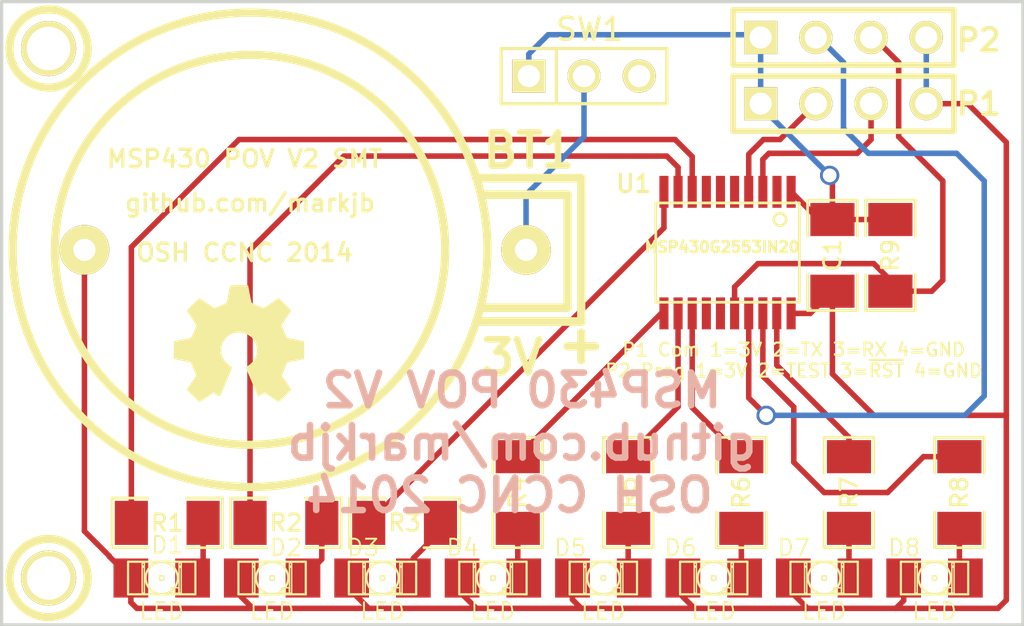
<source format=kicad_pcb>
(kicad_pcb (version 3) (host pcbnew "(2013-07-07 BZR 4022)-stable")

  (general
    (links 39)
    (no_connects 0)
    (area 44.859223 34.29 92.404001 66.294)
    (thickness 1.6)
    (drawings 11)
    (tracks 130)
    (zones 0)
    (modules 26)
    (nets 24)
  )

  (page A3)
  (layers
    (15 F.Cu signal)
    (0 B.Cu signal)
    (16 B.Adhes user hide)
    (17 F.Adhes user hide)
    (18 B.Paste user hide)
    (19 F.Paste user hide)
    (20 B.SilkS user)
    (21 F.SilkS user)
    (22 B.Mask user)
    (23 F.Mask user)
    (24 Dwgs.User user hide)
    (25 Cmts.User user hide)
    (26 Eco1.User user hide)
    (27 Eco2.User user hide)
    (28 Edge.Cuts user)
  )

  (setup
    (last_trace_width 0.254)
    (trace_clearance 0.254)
    (zone_clearance 0.508)
    (zone_45_only no)
    (trace_min 0.254)
    (segment_width 0.2)
    (edge_width 0.15)
    (via_size 0.889)
    (via_drill 0.635)
    (via_min_size 0.889)
    (via_min_drill 0.508)
    (uvia_size 0.508)
    (uvia_drill 0.127)
    (uvias_allowed no)
    (uvia_min_size 0.508)
    (uvia_min_drill 0.127)
    (pcb_text_width 0.3)
    (pcb_text_size 1.5 1.5)
    (mod_edge_width 0.15)
    (mod_text_size 1.5 1.5)
    (mod_text_width 0.15)
    (pad_size 2.54 2.54)
    (pad_drill 2)
    (pad_to_mask_clearance 0.2)
    (aux_axis_origin 0 0)
    (visible_elements 7FFFFFBF)
    (pcbplotparams
      (layerselection 284196865)
      (usegerberextensions true)
      (excludeedgelayer false)
      (linewidth 0.100000)
      (plotframeref false)
      (viasonmask false)
      (mode 1)
      (useauxorigin false)
      (hpglpennumber 1)
      (hpglpenspeed 20)
      (hpglpendiameter 15)
      (hpglpenoverlay 2)
      (psnegative false)
      (psa4output false)
      (plotreference true)
      (plotvalue true)
      (plotothertext true)
      (plotinvisibletext false)
      (padsonsilk false)
      (subtractmaskfromsilk false)
      (outputformat 1)
      (mirror false)
      (drillshape 0)
      (scaleselection 1)
      (outputdirectory "C:/Users/mark/Documents/KiCad/Msp430 pov v2/smt pcb output/"))
  )

  (net 0 "")
  (net 1 N-000001)
  (net 2 N-0000010)
  (net 3 N-0000011)
  (net 4 N-0000012)
  (net 5 N-0000013)
  (net 6 N-0000014)
  (net 7 N-0000015)
  (net 8 N-0000016)
  (net 9 N-0000017)
  (net 10 N-0000018)
  (net 11 N-000002)
  (net 12 N-0000025)
  (net 13 N-0000026)
  (net 14 N-0000027)
  (net 15 N-0000028)
  (net 16 N-0000029)
  (net 17 N-000003)
  (net 18 N-000004)
  (net 19 N-000005)
  (net 20 N-000006)
  (net 21 N-000007)
  (net 22 N-000008)
  (net 23 N-000009)

  (net_class Default "This is the default net class."
    (clearance 0.254)
    (trace_width 0.254)
    (via_dia 0.889)
    (via_drill 0.635)
    (uvia_dia 0.508)
    (uvia_drill 0.127)
    (add_net "")
    (add_net N-000001)
    (add_net N-0000010)
    (add_net N-0000011)
    (add_net N-0000012)
    (add_net N-0000013)
    (add_net N-0000014)
    (add_net N-0000015)
    (add_net N-0000016)
    (add_net N-0000017)
    (add_net N-0000018)
    (add_net N-000002)
    (add_net N-0000025)
    (add_net N-0000026)
    (add_net N-0000027)
    (add_net N-0000028)
    (add_net N-0000029)
    (add_net N-000003)
    (add_net N-000004)
    (add_net N-000005)
    (add_net N-000006)
    (add_net N-000007)
    (add_net N-000008)
    (add_net N-000009)
  )

  (module tssop-20 (layer F.Cu) (tedit 53B959DD) (tstamp 53BB3FFD)
    (at 78.74 47.625 180)
    (descr TSSOP-20)
    (path /53B88129)
    (attr smd)
    (fp_text reference U1 (at 4.318 3.175 180) (layer F.SilkS)
      (effects (font (size 0.8001 0.8001) (thickness 0.14986)))
    )
    (fp_text value MSP430G2553IN20 (at 0.254 0.254 180) (layer F.SilkS)
      (effects (font (size 0.5 0.5) (thickness 0.125)))
    )
    (fp_line (start 3.302 -2.286) (end -3.302 -2.286) (layer F.SilkS) (width 0.127))
    (fp_line (start -3.302 -2.286) (end -3.302 2.286) (layer F.SilkS) (width 0.127))
    (fp_line (start -3.302 2.286) (end 3.302 2.286) (layer F.SilkS) (width 0.127))
    (fp_line (start 3.302 2.286) (end 3.302 -2.286) (layer F.SilkS) (width 0.127))
    (fp_circle (center -2.413 1.524) (end -2.54 1.778) (layer F.SilkS) (width 0.127))
    (pad 5 smd rect (at -0.32512 2.79908 180) (size 0.4191 1.47066)
      (layers F.Cu F.Paste F.Mask)
    )
    (pad 6 smd rect (at 0.32512 2.79908 180) (size 0.4191 1.47066)
      (layers F.Cu F.Paste F.Mask)
    )
    (pad 7 smd rect (at 0.97536 2.79908 180) (size 0.4191 1.47066)
      (layers F.Cu F.Paste F.Mask)
    )
    (pad 8 smd rect (at 1.6256 2.79908 180) (size 0.4191 1.47066)
      (layers F.Cu F.Paste F.Mask)
      (net 22 N-000008)
    )
    (pad 19 smd rect (at -2.26568 -2.794 180) (size 0.4191 1.47066)
      (layers F.Cu F.Paste F.Mask)
      (net 1 N-000001)
    )
    (pad 2 smd rect (at -2.27584 2.79908 180) (size 0.4191 1.47066)
      (layers F.Cu F.Paste F.Mask)
    )
    (pad 3 smd rect (at -1.6256 2.79908 180) (size 0.4191 1.47066)
      (layers F.Cu F.Paste F.Mask)
      (net 20 N-000006)
    )
    (pad 4 smd rect (at -0.97536 2.79908 180) (size 0.4191 1.47066)
      (layers F.Cu F.Paste F.Mask)
      (net 19 N-000005)
    )
    (pad 12 smd rect (at 2.27584 -2.79908 180) (size 0.4191 1.47066)
      (layers F.Cu F.Paste F.Mask)
      (net 11 N-000002)
    )
    (pad 13 smd rect (at 1.6256 -2.79908 180) (size 0.4191 1.47066)
      (layers F.Cu F.Paste F.Mask)
      (net 17 N-000003)
    )
    (pad 14 smd rect (at 0.97536 -2.79908 180) (size 0.4191 1.47066)
      (layers F.Cu F.Paste F.Mask)
    )
    (pad 15 smd rect (at 0.32512 -2.79908 180) (size 0.4191 1.47066)
      (layers F.Cu F.Paste F.Mask)
    )
    (pad 16 smd rect (at -0.32512 -2.79908 180) (size 0.4191 1.47066)
      (layers F.Cu F.Paste F.Mask)
      (net 4 N-0000012)
    )
    (pad 17 smd rect (at -0.97536 -2.79908 180) (size 0.4191 1.47066)
      (layers F.Cu F.Paste F.Mask)
      (net 3 N-0000011)
    )
    (pad 9 smd rect (at 2.27584 2.79908 180) (size 0.4191 1.47066)
      (layers F.Cu F.Paste F.Mask)
      (net 21 N-000007)
    )
    (pad 18 smd rect (at -1.6256 -2.794 180) (size 0.4191 1.47066)
      (layers F.Cu F.Paste F.Mask)
      (net 18 N-000004)
    )
    (pad 1 smd rect (at -2.92608 2.79908 180) (size 0.4191 1.47066)
      (layers F.Cu F.Paste F.Mask)
      (net 6 N-0000014)
    )
    (pad 10 smd rect (at 2.92608 2.79908 180) (size 0.4191 1.47066)
      (layers F.Cu F.Paste F.Mask)
      (net 23 N-000009)
    )
    (pad 11 smd rect (at 2.92608 -2.79908 180) (size 0.4191 1.47066)
      (layers F.Cu F.Paste F.Mask)
      (net 2 N-0000010)
    )
    (pad 20 smd rect (at -2.92608 -2.79908 180) (size 0.4191 1.47066)
      (layers F.Cu F.Paste F.Mask)
      (net 16 N-0000029)
    )
    (model smd/smd_dil/tssop-20.wrl
      (at (xyz 0 0 0))
      (scale (xyz 1 1 1))
      (rotate (xyz 0 0 0))
    )
  )

  (module SM1206 (layer F.Cu) (tedit 42806E24) (tstamp 53BB4009)
    (at 89.408 58.674 270)
    (path /53B8820D)
    (attr smd)
    (fp_text reference R8 (at 0 0 270) (layer F.SilkS)
      (effects (font (size 0.762 0.762) (thickness 0.127)))
    )
    (fp_text value R (at 0 0 270) (layer F.SilkS) hide
      (effects (font (size 0.762 0.762) (thickness 0.127)))
    )
    (fp_line (start -2.54 -1.143) (end -2.54 1.143) (layer F.SilkS) (width 0.127))
    (fp_line (start -2.54 1.143) (end -0.889 1.143) (layer F.SilkS) (width 0.127))
    (fp_line (start 0.889 -1.143) (end 2.54 -1.143) (layer F.SilkS) (width 0.127))
    (fp_line (start 2.54 -1.143) (end 2.54 1.143) (layer F.SilkS) (width 0.127))
    (fp_line (start 2.54 1.143) (end 0.889 1.143) (layer F.SilkS) (width 0.127))
    (fp_line (start -0.889 -1.143) (end -2.54 -1.143) (layer F.SilkS) (width 0.127))
    (pad 1 smd rect (at -1.651 0 270) (size 1.524 2.032)
      (layers F.Cu F.Paste F.Mask)
      (net 18 N-000004)
    )
    (pad 2 smd rect (at 1.651 0 270) (size 1.524 2.032)
      (layers F.Cu F.Paste F.Mask)
      (net 14 N-0000027)
    )
    (model smd/chip_cms.wrl
      (at (xyz 0 0 0))
      (scale (xyz 0.17 0.16 0.16))
      (rotate (xyz 0 0 0))
    )
  )

  (module SM1206 (layer F.Cu) (tedit 42806E24) (tstamp 53BB4015)
    (at 84.328 58.674 270)
    (path /53B88207)
    (attr smd)
    (fp_text reference R7 (at 0 0 270) (layer F.SilkS)
      (effects (font (size 0.762 0.762) (thickness 0.127)))
    )
    (fp_text value R (at 0 0 270) (layer F.SilkS) hide
      (effects (font (size 0.762 0.762) (thickness 0.127)))
    )
    (fp_line (start -2.54 -1.143) (end -2.54 1.143) (layer F.SilkS) (width 0.127))
    (fp_line (start -2.54 1.143) (end -0.889 1.143) (layer F.SilkS) (width 0.127))
    (fp_line (start 0.889 -1.143) (end 2.54 -1.143) (layer F.SilkS) (width 0.127))
    (fp_line (start 2.54 -1.143) (end 2.54 1.143) (layer F.SilkS) (width 0.127))
    (fp_line (start 2.54 1.143) (end 0.889 1.143) (layer F.SilkS) (width 0.127))
    (fp_line (start -0.889 -1.143) (end -2.54 -1.143) (layer F.SilkS) (width 0.127))
    (pad 1 smd rect (at -1.651 0 270) (size 1.524 2.032)
      (layers F.Cu F.Paste F.Mask)
      (net 1 N-000001)
    )
    (pad 2 smd rect (at 1.651 0 270) (size 1.524 2.032)
      (layers F.Cu F.Paste F.Mask)
      (net 13 N-0000026)
    )
    (model smd/chip_cms.wrl
      (at (xyz 0 0 0))
      (scale (xyz 0.17 0.16 0.16))
      (rotate (xyz 0 0 0))
    )
  )

  (module SM1206 (layer F.Cu) (tedit 42806E24) (tstamp 53BB4021)
    (at 79.375 58.674 270)
    (path /53B88201)
    (attr smd)
    (fp_text reference R6 (at 0 0 270) (layer F.SilkS)
      (effects (font (size 0.762 0.762) (thickness 0.127)))
    )
    (fp_text value R (at 0 0 270) (layer F.SilkS) hide
      (effects (font (size 0.762 0.762) (thickness 0.127)))
    )
    (fp_line (start -2.54 -1.143) (end -2.54 1.143) (layer F.SilkS) (width 0.127))
    (fp_line (start -2.54 1.143) (end -0.889 1.143) (layer F.SilkS) (width 0.127))
    (fp_line (start 0.889 -1.143) (end 2.54 -1.143) (layer F.SilkS) (width 0.127))
    (fp_line (start 2.54 -1.143) (end 2.54 1.143) (layer F.SilkS) (width 0.127))
    (fp_line (start 2.54 1.143) (end 0.889 1.143) (layer F.SilkS) (width 0.127))
    (fp_line (start -0.889 -1.143) (end -2.54 -1.143) (layer F.SilkS) (width 0.127))
    (pad 1 smd rect (at -1.651 0 270) (size 1.524 2.032)
      (layers F.Cu F.Paste F.Mask)
      (net 17 N-000003)
    )
    (pad 2 smd rect (at 1.651 0 270) (size 1.524 2.032)
      (layers F.Cu F.Paste F.Mask)
      (net 12 N-0000025)
    )
    (model smd/chip_cms.wrl
      (at (xyz 0 0 0))
      (scale (xyz 0.17 0.16 0.16))
      (rotate (xyz 0 0 0))
    )
  )

  (module SM1206 (layer F.Cu) (tedit 42806E24) (tstamp 53BB402D)
    (at 74.168 58.674 270)
    (path /53B881FB)
    (attr smd)
    (fp_text reference R5 (at 0 0 270) (layer F.SilkS)
      (effects (font (size 0.762 0.762) (thickness 0.127)))
    )
    (fp_text value R (at 0 0 270) (layer F.SilkS) hide
      (effects (font (size 0.762 0.762) (thickness 0.127)))
    )
    (fp_line (start -2.54 -1.143) (end -2.54 1.143) (layer F.SilkS) (width 0.127))
    (fp_line (start -2.54 1.143) (end -0.889 1.143) (layer F.SilkS) (width 0.127))
    (fp_line (start 0.889 -1.143) (end 2.54 -1.143) (layer F.SilkS) (width 0.127))
    (fp_line (start 2.54 -1.143) (end 2.54 1.143) (layer F.SilkS) (width 0.127))
    (fp_line (start 2.54 1.143) (end 0.889 1.143) (layer F.SilkS) (width 0.127))
    (fp_line (start -0.889 -1.143) (end -2.54 -1.143) (layer F.SilkS) (width 0.127))
    (pad 1 smd rect (at -1.651 0 270) (size 1.524 2.032)
      (layers F.Cu F.Paste F.Mask)
      (net 11 N-000002)
    )
    (pad 2 smd rect (at 1.651 0 270) (size 1.524 2.032)
      (layers F.Cu F.Paste F.Mask)
      (net 15 N-0000028)
    )
    (model smd/chip_cms.wrl
      (at (xyz 0 0 0))
      (scale (xyz 0.17 0.16 0.16))
      (rotate (xyz 0 0 0))
    )
  )

  (module SM1206 (layer F.Cu) (tedit 42806E24) (tstamp 53BB4039)
    (at 69.088 58.674 270)
    (path /53B881F5)
    (attr smd)
    (fp_text reference R4 (at 0 0 270) (layer F.SilkS)
      (effects (font (size 0.762 0.762) (thickness 0.127)))
    )
    (fp_text value R (at 0 0 270) (layer F.SilkS) hide
      (effects (font (size 0.762 0.762) (thickness 0.127)))
    )
    (fp_line (start -2.54 -1.143) (end -2.54 1.143) (layer F.SilkS) (width 0.127))
    (fp_line (start -2.54 1.143) (end -0.889 1.143) (layer F.SilkS) (width 0.127))
    (fp_line (start 0.889 -1.143) (end 2.54 -1.143) (layer F.SilkS) (width 0.127))
    (fp_line (start 2.54 -1.143) (end 2.54 1.143) (layer F.SilkS) (width 0.127))
    (fp_line (start 2.54 1.143) (end 0.889 1.143) (layer F.SilkS) (width 0.127))
    (fp_line (start -0.889 -1.143) (end -2.54 -1.143) (layer F.SilkS) (width 0.127))
    (pad 1 smd rect (at -1.651 0 270) (size 1.524 2.032)
      (layers F.Cu F.Paste F.Mask)
      (net 2 N-0000010)
    )
    (pad 2 smd rect (at 1.651 0 270) (size 1.524 2.032)
      (layers F.Cu F.Paste F.Mask)
      (net 10 N-0000018)
    )
    (model smd/chip_cms.wrl
      (at (xyz 0 0 0))
      (scale (xyz 0.17 0.16 0.16))
      (rotate (xyz 0 0 0))
    )
  )

  (module SM1206 (layer F.Cu) (tedit 42806E24) (tstamp 53BB4045)
    (at 63.881 60.071)
    (path /53B881EF)
    (attr smd)
    (fp_text reference R3 (at 0 0) (layer F.SilkS)
      (effects (font (size 0.762 0.762) (thickness 0.127)))
    )
    (fp_text value R (at 0 0) (layer F.SilkS) hide
      (effects (font (size 0.762 0.762) (thickness 0.127)))
    )
    (fp_line (start -2.54 -1.143) (end -2.54 1.143) (layer F.SilkS) (width 0.127))
    (fp_line (start -2.54 1.143) (end -0.889 1.143) (layer F.SilkS) (width 0.127))
    (fp_line (start 0.889 -1.143) (end 2.54 -1.143) (layer F.SilkS) (width 0.127))
    (fp_line (start 2.54 -1.143) (end 2.54 1.143) (layer F.SilkS) (width 0.127))
    (fp_line (start 2.54 1.143) (end 0.889 1.143) (layer F.SilkS) (width 0.127))
    (fp_line (start -0.889 -1.143) (end -2.54 -1.143) (layer F.SilkS) (width 0.127))
    (pad 1 smd rect (at -1.651 0) (size 1.524 2.032)
      (layers F.Cu F.Paste F.Mask)
      (net 23 N-000009)
    )
    (pad 2 smd rect (at 1.651 0) (size 1.524 2.032)
      (layers F.Cu F.Paste F.Mask)
      (net 9 N-0000017)
    )
    (model smd/chip_cms.wrl
      (at (xyz 0 0 0))
      (scale (xyz 0.17 0.16 0.16))
      (rotate (xyz 0 0 0))
    )
  )

  (module SM1206 (layer F.Cu) (tedit 42806E24) (tstamp 53BB4051)
    (at 58.42 60.071)
    (path /53B881DF)
    (attr smd)
    (fp_text reference R2 (at 0 0) (layer F.SilkS)
      (effects (font (size 0.762 0.762) (thickness 0.127)))
    )
    (fp_text value R (at 0 0) (layer F.SilkS) hide
      (effects (font (size 0.762 0.762) (thickness 0.127)))
    )
    (fp_line (start -2.54 -1.143) (end -2.54 1.143) (layer F.SilkS) (width 0.127))
    (fp_line (start -2.54 1.143) (end -0.889 1.143) (layer F.SilkS) (width 0.127))
    (fp_line (start 0.889 -1.143) (end 2.54 -1.143) (layer F.SilkS) (width 0.127))
    (fp_line (start 2.54 -1.143) (end 2.54 1.143) (layer F.SilkS) (width 0.127))
    (fp_line (start 2.54 1.143) (end 0.889 1.143) (layer F.SilkS) (width 0.127))
    (fp_line (start -0.889 -1.143) (end -2.54 -1.143) (layer F.SilkS) (width 0.127))
    (pad 1 smd rect (at -1.651 0) (size 1.524 2.032)
      (layers F.Cu F.Paste F.Mask)
      (net 21 N-000007)
    )
    (pad 2 smd rect (at 1.651 0) (size 1.524 2.032)
      (layers F.Cu F.Paste F.Mask)
      (net 5 N-0000013)
    )
    (model smd/chip_cms.wrl
      (at (xyz 0 0 0))
      (scale (xyz 0.17 0.16 0.16))
      (rotate (xyz 0 0 0))
    )
  )

  (module SM1206 (layer F.Cu) (tedit 42806E24) (tstamp 53BB405D)
    (at 52.959 60.071)
    (path /53B881D2)
    (attr smd)
    (fp_text reference R1 (at 0 0) (layer F.SilkS)
      (effects (font (size 0.762 0.762) (thickness 0.127)))
    )
    (fp_text value R (at 0 0) (layer F.SilkS) hide
      (effects (font (size 0.762 0.762) (thickness 0.127)))
    )
    (fp_line (start -2.54 -1.143) (end -2.54 1.143) (layer F.SilkS) (width 0.127))
    (fp_line (start -2.54 1.143) (end -0.889 1.143) (layer F.SilkS) (width 0.127))
    (fp_line (start 0.889 -1.143) (end 2.54 -1.143) (layer F.SilkS) (width 0.127))
    (fp_line (start 2.54 -1.143) (end 2.54 1.143) (layer F.SilkS) (width 0.127))
    (fp_line (start 2.54 1.143) (end 0.889 1.143) (layer F.SilkS) (width 0.127))
    (fp_line (start -0.889 -1.143) (end -2.54 -1.143) (layer F.SilkS) (width 0.127))
    (pad 1 smd rect (at -1.651 0) (size 1.524 2.032)
      (layers F.Cu F.Paste F.Mask)
      (net 22 N-000008)
    )
    (pad 2 smd rect (at 1.651 0) (size 1.524 2.032)
      (layers F.Cu F.Paste F.Mask)
      (net 8 N-0000016)
    )
    (model smd/chip_cms.wrl
      (at (xyz 0 0 0))
      (scale (xyz 0.17 0.16 0.16))
      (rotate (xyz 0 0 0))
    )
  )

  (module PIN_ARRAY_4x1 (layer F.Cu) (tedit 53B958F5) (tstamp 53BB4069)
    (at 84.074 37.719)
    (descr "Double rangee de contacts 2 x 5 pins")
    (tags CONN)
    (path /53B8859D)
    (fp_text reference P2 (at 6.223 0.127) (layer F.SilkS)
      (effects (font (size 1.016 1.016) (thickness 0.2032)))
    )
    (fp_text value PROGRAM (at 0 2.54) (layer F.SilkS) hide
      (effects (font (size 1.016 1.016) (thickness 0.2032)))
    )
    (fp_line (start 5.08 1.27) (end -5.08 1.27) (layer F.SilkS) (width 0.254))
    (fp_line (start 5.08 -1.27) (end -5.08 -1.27) (layer F.SilkS) (width 0.254))
    (fp_line (start -5.08 -1.27) (end -5.08 1.27) (layer F.SilkS) (width 0.254))
    (fp_line (start 5.08 1.27) (end 5.08 -1.27) (layer F.SilkS) (width 0.254))
    (pad 1 thru_hole rect (at -3.81 0) (size 1.524 1.524) (drill 1.016)
      (layers *.Cu *.Mask F.SilkS)
      (net 6 N-0000014)
    )
    (pad 2 thru_hole circle (at -1.27 0) (size 1.524 1.524) (drill 1.016)
      (layers *.Cu *.Mask F.SilkS)
      (net 3 N-0000011)
    )
    (pad 3 thru_hole circle (at 1.27 0) (size 1.524 1.524) (drill 1.016)
      (layers *.Cu *.Mask F.SilkS)
      (net 4 N-0000012)
    )
    (pad 4 thru_hole circle (at 3.81 0) (size 1.524 1.524) (drill 1.016)
      (layers *.Cu *.Mask F.SilkS)
      (net 16 N-0000029)
    )
    (model pin_array\pins_array_4x1.wrl
      (at (xyz 0 0 0))
      (scale (xyz 1 1 1))
      (rotate (xyz 0 0 0))
    )
  )

  (module PIN_ARRAY_4x1 (layer F.Cu) (tedit 53B9590C) (tstamp 53BB4075)
    (at 84.074 40.767)
    (descr "Double rangee de contacts 2 x 5 pins")
    (tags CONN)
    (path /53B88486)
    (fp_text reference P1 (at 6.223 0) (layer F.SilkS)
      (effects (font (size 1.016 1.016) (thickness 0.2032)))
    )
    (fp_text value SERIAL (at 0 2.54) (layer F.SilkS) hide
      (effects (font (size 1.016 1.016) (thickness 0.2032)))
    )
    (fp_line (start 5.08 1.27) (end -5.08 1.27) (layer F.SilkS) (width 0.254))
    (fp_line (start 5.08 -1.27) (end -5.08 -1.27) (layer F.SilkS) (width 0.254))
    (fp_line (start -5.08 -1.27) (end -5.08 1.27) (layer F.SilkS) (width 0.254))
    (fp_line (start 5.08 1.27) (end 5.08 -1.27) (layer F.SilkS) (width 0.254))
    (pad 1 thru_hole rect (at -3.81 0) (size 1.524 1.524) (drill 1.016)
      (layers *.Cu *.Mask F.SilkS)
      (net 6 N-0000014)
    )
    (pad 2 thru_hole circle (at -1.27 0) (size 1.524 1.524) (drill 1.016)
      (layers *.Cu *.Mask F.SilkS)
      (net 19 N-000005)
    )
    (pad 3 thru_hole circle (at 1.27 0) (size 1.524 1.524) (drill 1.016)
      (layers *.Cu *.Mask F.SilkS)
      (net 20 N-000006)
    )
    (pad 4 thru_hole circle (at 3.81 0) (size 1.524 1.524) (drill 1.016)
      (layers *.Cu *.Mask F.SilkS)
      (net 16 N-0000029)
    )
    (model pin_array\pins_array_4x1.wrl
      (at (xyz 0 0 0))
      (scale (xyz 1 1 1))
      (rotate (xyz 0 0 0))
    )
  )

  (module PIN_ARRAY_3X1 (layer F.Cu) (tedit 4C1130E0) (tstamp 53BB4081)
    (at 72.136 39.497)
    (descr "Connecteur 3 pins")
    (tags "CONN DEV")
    (path /53B88160)
    (fp_text reference SW1 (at 0.254 -2.159) (layer F.SilkS)
      (effects (font (size 1.016 1.016) (thickness 0.1524)))
    )
    (fp_text value SPST (at 0 -2.159) (layer F.SilkS) hide
      (effects (font (size 1.016 1.016) (thickness 0.1524)))
    )
    (fp_line (start -3.81 1.27) (end -3.81 -1.27) (layer F.SilkS) (width 0.1524))
    (fp_line (start -3.81 -1.27) (end 3.81 -1.27) (layer F.SilkS) (width 0.1524))
    (fp_line (start 3.81 -1.27) (end 3.81 1.27) (layer F.SilkS) (width 0.1524))
    (fp_line (start 3.81 1.27) (end -3.81 1.27) (layer F.SilkS) (width 0.1524))
    (fp_line (start -1.27 -1.27) (end -1.27 1.27) (layer F.SilkS) (width 0.1524))
    (pad 1 thru_hole rect (at -2.54 0) (size 1.524 1.524) (drill 1.016)
      (layers *.Cu *.Mask F.SilkS)
      (net 6 N-0000014)
    )
    (pad 2 thru_hole circle (at 0 0) (size 1.524 1.524) (drill 1.016)
      (layers *.Cu *.Mask F.SilkS)
      (net 7 N-0000015)
    )
    (pad 3 thru_hole circle (at 2.54 0) (size 1.524 1.524) (drill 1.016)
      (layers *.Cu *.Mask F.SilkS)
    )
    (model pin_array/pins_array_3x1.wrl
      (at (xyz 0 0 0))
      (scale (xyz 1 1 1))
      (rotate (xyz 0 0 0))
    )
  )

  (module LED-1206 (layer F.Cu) (tedit 53B959A5) (tstamp 53BB40AB)
    (at 88.265 62.611)
    (descr "LED 1206 smd package")
    (tags "LED1206 SMD")
    (path /53B881C3)
    (attr smd)
    (fp_text reference D8 (at -1.397 -1.397) (layer F.SilkS)
      (effects (font (size 0.762 0.762) (thickness 0.0889)))
    )
    (fp_text value LED (at 0 1.524) (layer F.SilkS)
      (effects (font (size 0.762 0.762) (thickness 0.0889)))
    )
    (fp_line (start -0.09906 0.09906) (end 0.09906 0.09906) (layer F.SilkS) (width 0.06604))
    (fp_line (start 0.09906 0.09906) (end 0.09906 -0.09906) (layer F.SilkS) (width 0.06604))
    (fp_line (start -0.09906 -0.09906) (end 0.09906 -0.09906) (layer F.SilkS) (width 0.06604))
    (fp_line (start -0.09906 0.09906) (end -0.09906 -0.09906) (layer F.SilkS) (width 0.06604))
    (fp_line (start 0.44958 0.6985) (end 0.79756 0.6985) (layer F.SilkS) (width 0.06604))
    (fp_line (start 0.79756 0.6985) (end 0.79756 0.44958) (layer F.SilkS) (width 0.06604))
    (fp_line (start 0.44958 0.44958) (end 0.79756 0.44958) (layer F.SilkS) (width 0.06604))
    (fp_line (start 0.44958 0.6985) (end 0.44958 0.44958) (layer F.SilkS) (width 0.06604))
    (fp_line (start 0.79756 0.6985) (end 0.89916 0.6985) (layer F.SilkS) (width 0.06604))
    (fp_line (start 0.89916 0.6985) (end 0.89916 -0.49784) (layer F.SilkS) (width 0.06604))
    (fp_line (start 0.79756 -0.49784) (end 0.89916 -0.49784) (layer F.SilkS) (width 0.06604))
    (fp_line (start 0.79756 0.6985) (end 0.79756 -0.49784) (layer F.SilkS) (width 0.06604))
    (fp_line (start 0.79756 -0.54864) (end 0.89916 -0.54864) (layer F.SilkS) (width 0.06604))
    (fp_line (start 0.89916 -0.54864) (end 0.89916 -0.6985) (layer F.SilkS) (width 0.06604))
    (fp_line (start 0.79756 -0.6985) (end 0.89916 -0.6985) (layer F.SilkS) (width 0.06604))
    (fp_line (start 0.79756 -0.54864) (end 0.79756 -0.6985) (layer F.SilkS) (width 0.06604))
    (fp_line (start -0.89916 0.6985) (end -0.79756 0.6985) (layer F.SilkS) (width 0.06604))
    (fp_line (start -0.79756 0.6985) (end -0.79756 -0.49784) (layer F.SilkS) (width 0.06604))
    (fp_line (start -0.89916 -0.49784) (end -0.79756 -0.49784) (layer F.SilkS) (width 0.06604))
    (fp_line (start -0.89916 0.6985) (end -0.89916 -0.49784) (layer F.SilkS) (width 0.06604))
    (fp_line (start -0.89916 -0.54864) (end -0.79756 -0.54864) (layer F.SilkS) (width 0.06604))
    (fp_line (start -0.79756 -0.54864) (end -0.79756 -0.6985) (layer F.SilkS) (width 0.06604))
    (fp_line (start -0.89916 -0.6985) (end -0.79756 -0.6985) (layer F.SilkS) (width 0.06604))
    (fp_line (start -0.89916 -0.54864) (end -0.89916 -0.6985) (layer F.SilkS) (width 0.06604))
    (fp_line (start 0.44958 0.6985) (end 0.59944 0.6985) (layer F.SilkS) (width 0.06604))
    (fp_line (start 0.59944 0.6985) (end 0.59944 0.44958) (layer F.SilkS) (width 0.06604))
    (fp_line (start 0.44958 0.44958) (end 0.59944 0.44958) (layer F.SilkS) (width 0.06604))
    (fp_line (start 0.44958 0.6985) (end 0.44958 0.44958) (layer F.SilkS) (width 0.06604))
    (fp_line (start 1.5494 0.7493) (end -1.5494 0.7493) (layer F.SilkS) (width 0.1016))
    (fp_line (start -1.5494 0.7493) (end -1.5494 -0.7493) (layer F.SilkS) (width 0.1016))
    (fp_line (start -1.5494 -0.7493) (end 1.5494 -0.7493) (layer F.SilkS) (width 0.1016))
    (fp_line (start 1.5494 -0.7493) (end 1.5494 0.7493) (layer F.SilkS) (width 0.1016))
    (fp_arc (start 0 0) (end 0.54864 0.49784) (angle 95.4) (layer F.SilkS) (width 0.1016))
    (fp_arc (start 0 0) (end -0.54864 0.49784) (angle 84.5) (layer F.SilkS) (width 0.1016))
    (fp_arc (start 0 0) (end -0.54864 -0.49784) (angle 95.4) (layer F.SilkS) (width 0.1016))
    (fp_arc (start 0 0) (end 0.54864 -0.49784) (angle 84.5) (layer F.SilkS) (width 0.1016))
    (pad 1 smd rect (at -1.41986 0) (size 1.59766 1.80086)
      (layers F.Cu F.Paste F.Mask)
      (net 16 N-0000029)
    )
    (pad 2 smd rect (at 1.41986 0) (size 1.59766 1.80086)
      (layers F.Cu F.Paste F.Mask)
      (net 14 N-0000027)
    )
  )

  (module LED-1206 (layer F.Cu) (tedit 53B9599E) (tstamp 53BB40D5)
    (at 83.185 62.611)
    (descr "LED 1206 smd package")
    (tags "LED1206 SMD")
    (path /53B881BD)
    (attr smd)
    (fp_text reference D7 (at -1.397 -1.397) (layer F.SilkS)
      (effects (font (size 0.762 0.762) (thickness 0.0889)))
    )
    (fp_text value LED (at 0 1.524) (layer F.SilkS)
      (effects (font (size 0.762 0.762) (thickness 0.0889)))
    )
    (fp_line (start -0.09906 0.09906) (end 0.09906 0.09906) (layer F.SilkS) (width 0.06604))
    (fp_line (start 0.09906 0.09906) (end 0.09906 -0.09906) (layer F.SilkS) (width 0.06604))
    (fp_line (start -0.09906 -0.09906) (end 0.09906 -0.09906) (layer F.SilkS) (width 0.06604))
    (fp_line (start -0.09906 0.09906) (end -0.09906 -0.09906) (layer F.SilkS) (width 0.06604))
    (fp_line (start 0.44958 0.6985) (end 0.79756 0.6985) (layer F.SilkS) (width 0.06604))
    (fp_line (start 0.79756 0.6985) (end 0.79756 0.44958) (layer F.SilkS) (width 0.06604))
    (fp_line (start 0.44958 0.44958) (end 0.79756 0.44958) (layer F.SilkS) (width 0.06604))
    (fp_line (start 0.44958 0.6985) (end 0.44958 0.44958) (layer F.SilkS) (width 0.06604))
    (fp_line (start 0.79756 0.6985) (end 0.89916 0.6985) (layer F.SilkS) (width 0.06604))
    (fp_line (start 0.89916 0.6985) (end 0.89916 -0.49784) (layer F.SilkS) (width 0.06604))
    (fp_line (start 0.79756 -0.49784) (end 0.89916 -0.49784) (layer F.SilkS) (width 0.06604))
    (fp_line (start 0.79756 0.6985) (end 0.79756 -0.49784) (layer F.SilkS) (width 0.06604))
    (fp_line (start 0.79756 -0.54864) (end 0.89916 -0.54864) (layer F.SilkS) (width 0.06604))
    (fp_line (start 0.89916 -0.54864) (end 0.89916 -0.6985) (layer F.SilkS) (width 0.06604))
    (fp_line (start 0.79756 -0.6985) (end 0.89916 -0.6985) (layer F.SilkS) (width 0.06604))
    (fp_line (start 0.79756 -0.54864) (end 0.79756 -0.6985) (layer F.SilkS) (width 0.06604))
    (fp_line (start -0.89916 0.6985) (end -0.79756 0.6985) (layer F.SilkS) (width 0.06604))
    (fp_line (start -0.79756 0.6985) (end -0.79756 -0.49784) (layer F.SilkS) (width 0.06604))
    (fp_line (start -0.89916 -0.49784) (end -0.79756 -0.49784) (layer F.SilkS) (width 0.06604))
    (fp_line (start -0.89916 0.6985) (end -0.89916 -0.49784) (layer F.SilkS) (width 0.06604))
    (fp_line (start -0.89916 -0.54864) (end -0.79756 -0.54864) (layer F.SilkS) (width 0.06604))
    (fp_line (start -0.79756 -0.54864) (end -0.79756 -0.6985) (layer F.SilkS) (width 0.06604))
    (fp_line (start -0.89916 -0.6985) (end -0.79756 -0.6985) (layer F.SilkS) (width 0.06604))
    (fp_line (start -0.89916 -0.54864) (end -0.89916 -0.6985) (layer F.SilkS) (width 0.06604))
    (fp_line (start 0.44958 0.6985) (end 0.59944 0.6985) (layer F.SilkS) (width 0.06604))
    (fp_line (start 0.59944 0.6985) (end 0.59944 0.44958) (layer F.SilkS) (width 0.06604))
    (fp_line (start 0.44958 0.44958) (end 0.59944 0.44958) (layer F.SilkS) (width 0.06604))
    (fp_line (start 0.44958 0.6985) (end 0.44958 0.44958) (layer F.SilkS) (width 0.06604))
    (fp_line (start 1.5494 0.7493) (end -1.5494 0.7493) (layer F.SilkS) (width 0.1016))
    (fp_line (start -1.5494 0.7493) (end -1.5494 -0.7493) (layer F.SilkS) (width 0.1016))
    (fp_line (start -1.5494 -0.7493) (end 1.5494 -0.7493) (layer F.SilkS) (width 0.1016))
    (fp_line (start 1.5494 -0.7493) (end 1.5494 0.7493) (layer F.SilkS) (width 0.1016))
    (fp_arc (start 0 0) (end 0.54864 0.49784) (angle 95.4) (layer F.SilkS) (width 0.1016))
    (fp_arc (start 0 0) (end -0.54864 0.49784) (angle 84.5) (layer F.SilkS) (width 0.1016))
    (fp_arc (start 0 0) (end -0.54864 -0.49784) (angle 95.4) (layer F.SilkS) (width 0.1016))
    (fp_arc (start 0 0) (end 0.54864 -0.49784) (angle 84.5) (layer F.SilkS) (width 0.1016))
    (pad 1 smd rect (at -1.41986 0) (size 1.59766 1.80086)
      (layers F.Cu F.Paste F.Mask)
      (net 16 N-0000029)
    )
    (pad 2 smd rect (at 1.41986 0) (size 1.59766 1.80086)
      (layers F.Cu F.Paste F.Mask)
      (net 13 N-0000026)
    )
  )

  (module LED-1206 (layer F.Cu) (tedit 53B95995) (tstamp 53BB40FF)
    (at 78.105 62.611)
    (descr "LED 1206 smd package")
    (tags "LED1206 SMD")
    (path /53B881B7)
    (attr smd)
    (fp_text reference D6 (at -1.524 -1.397) (layer F.SilkS)
      (effects (font (size 0.762 0.762) (thickness 0.0889)))
    )
    (fp_text value LED (at 0 1.524) (layer F.SilkS)
      (effects (font (size 0.762 0.762) (thickness 0.0889)))
    )
    (fp_line (start -0.09906 0.09906) (end 0.09906 0.09906) (layer F.SilkS) (width 0.06604))
    (fp_line (start 0.09906 0.09906) (end 0.09906 -0.09906) (layer F.SilkS) (width 0.06604))
    (fp_line (start -0.09906 -0.09906) (end 0.09906 -0.09906) (layer F.SilkS) (width 0.06604))
    (fp_line (start -0.09906 0.09906) (end -0.09906 -0.09906) (layer F.SilkS) (width 0.06604))
    (fp_line (start 0.44958 0.6985) (end 0.79756 0.6985) (layer F.SilkS) (width 0.06604))
    (fp_line (start 0.79756 0.6985) (end 0.79756 0.44958) (layer F.SilkS) (width 0.06604))
    (fp_line (start 0.44958 0.44958) (end 0.79756 0.44958) (layer F.SilkS) (width 0.06604))
    (fp_line (start 0.44958 0.6985) (end 0.44958 0.44958) (layer F.SilkS) (width 0.06604))
    (fp_line (start 0.79756 0.6985) (end 0.89916 0.6985) (layer F.SilkS) (width 0.06604))
    (fp_line (start 0.89916 0.6985) (end 0.89916 -0.49784) (layer F.SilkS) (width 0.06604))
    (fp_line (start 0.79756 -0.49784) (end 0.89916 -0.49784) (layer F.SilkS) (width 0.06604))
    (fp_line (start 0.79756 0.6985) (end 0.79756 -0.49784) (layer F.SilkS) (width 0.06604))
    (fp_line (start 0.79756 -0.54864) (end 0.89916 -0.54864) (layer F.SilkS) (width 0.06604))
    (fp_line (start 0.89916 -0.54864) (end 0.89916 -0.6985) (layer F.SilkS) (width 0.06604))
    (fp_line (start 0.79756 -0.6985) (end 0.89916 -0.6985) (layer F.SilkS) (width 0.06604))
    (fp_line (start 0.79756 -0.54864) (end 0.79756 -0.6985) (layer F.SilkS) (width 0.06604))
    (fp_line (start -0.89916 0.6985) (end -0.79756 0.6985) (layer F.SilkS) (width 0.06604))
    (fp_line (start -0.79756 0.6985) (end -0.79756 -0.49784) (layer F.SilkS) (width 0.06604))
    (fp_line (start -0.89916 -0.49784) (end -0.79756 -0.49784) (layer F.SilkS) (width 0.06604))
    (fp_line (start -0.89916 0.6985) (end -0.89916 -0.49784) (layer F.SilkS) (width 0.06604))
    (fp_line (start -0.89916 -0.54864) (end -0.79756 -0.54864) (layer F.SilkS) (width 0.06604))
    (fp_line (start -0.79756 -0.54864) (end -0.79756 -0.6985) (layer F.SilkS) (width 0.06604))
    (fp_line (start -0.89916 -0.6985) (end -0.79756 -0.6985) (layer F.SilkS) (width 0.06604))
    (fp_line (start -0.89916 -0.54864) (end -0.89916 -0.6985) (layer F.SilkS) (width 0.06604))
    (fp_line (start 0.44958 0.6985) (end 0.59944 0.6985) (layer F.SilkS) (width 0.06604))
    (fp_line (start 0.59944 0.6985) (end 0.59944 0.44958) (layer F.SilkS) (width 0.06604))
    (fp_line (start 0.44958 0.44958) (end 0.59944 0.44958) (layer F.SilkS) (width 0.06604))
    (fp_line (start 0.44958 0.6985) (end 0.44958 0.44958) (layer F.SilkS) (width 0.06604))
    (fp_line (start 1.5494 0.7493) (end -1.5494 0.7493) (layer F.SilkS) (width 0.1016))
    (fp_line (start -1.5494 0.7493) (end -1.5494 -0.7493) (layer F.SilkS) (width 0.1016))
    (fp_line (start -1.5494 -0.7493) (end 1.5494 -0.7493) (layer F.SilkS) (width 0.1016))
    (fp_line (start 1.5494 -0.7493) (end 1.5494 0.7493) (layer F.SilkS) (width 0.1016))
    (fp_arc (start 0 0) (end 0.54864 0.49784) (angle 95.4) (layer F.SilkS) (width 0.1016))
    (fp_arc (start 0 0) (end -0.54864 0.49784) (angle 84.5) (layer F.SilkS) (width 0.1016))
    (fp_arc (start 0 0) (end -0.54864 -0.49784) (angle 95.4) (layer F.SilkS) (width 0.1016))
    (fp_arc (start 0 0) (end 0.54864 -0.49784) (angle 84.5) (layer F.SilkS) (width 0.1016))
    (pad 1 smd rect (at -1.41986 0) (size 1.59766 1.80086)
      (layers F.Cu F.Paste F.Mask)
      (net 16 N-0000029)
    )
    (pad 2 smd rect (at 1.41986 0) (size 1.59766 1.80086)
      (layers F.Cu F.Paste F.Mask)
      (net 12 N-0000025)
    )
  )

  (module LED-1206 (layer F.Cu) (tedit 53B9598D) (tstamp 53BB4129)
    (at 73.025 62.611)
    (descr "LED 1206 smd package")
    (tags "LED1206 SMD")
    (path /53B881B1)
    (attr smd)
    (fp_text reference D5 (at -1.524 -1.397) (layer F.SilkS)
      (effects (font (size 0.762 0.762) (thickness 0.0889)))
    )
    (fp_text value LED (at 0 1.524) (layer F.SilkS)
      (effects (font (size 0.762 0.762) (thickness 0.0889)))
    )
    (fp_line (start -0.09906 0.09906) (end 0.09906 0.09906) (layer F.SilkS) (width 0.06604))
    (fp_line (start 0.09906 0.09906) (end 0.09906 -0.09906) (layer F.SilkS) (width 0.06604))
    (fp_line (start -0.09906 -0.09906) (end 0.09906 -0.09906) (layer F.SilkS) (width 0.06604))
    (fp_line (start -0.09906 0.09906) (end -0.09906 -0.09906) (layer F.SilkS) (width 0.06604))
    (fp_line (start 0.44958 0.6985) (end 0.79756 0.6985) (layer F.SilkS) (width 0.06604))
    (fp_line (start 0.79756 0.6985) (end 0.79756 0.44958) (layer F.SilkS) (width 0.06604))
    (fp_line (start 0.44958 0.44958) (end 0.79756 0.44958) (layer F.SilkS) (width 0.06604))
    (fp_line (start 0.44958 0.6985) (end 0.44958 0.44958) (layer F.SilkS) (width 0.06604))
    (fp_line (start 0.79756 0.6985) (end 0.89916 0.6985) (layer F.SilkS) (width 0.06604))
    (fp_line (start 0.89916 0.6985) (end 0.89916 -0.49784) (layer F.SilkS) (width 0.06604))
    (fp_line (start 0.79756 -0.49784) (end 0.89916 -0.49784) (layer F.SilkS) (width 0.06604))
    (fp_line (start 0.79756 0.6985) (end 0.79756 -0.49784) (layer F.SilkS) (width 0.06604))
    (fp_line (start 0.79756 -0.54864) (end 0.89916 -0.54864) (layer F.SilkS) (width 0.06604))
    (fp_line (start 0.89916 -0.54864) (end 0.89916 -0.6985) (layer F.SilkS) (width 0.06604))
    (fp_line (start 0.79756 -0.6985) (end 0.89916 -0.6985) (layer F.SilkS) (width 0.06604))
    (fp_line (start 0.79756 -0.54864) (end 0.79756 -0.6985) (layer F.SilkS) (width 0.06604))
    (fp_line (start -0.89916 0.6985) (end -0.79756 0.6985) (layer F.SilkS) (width 0.06604))
    (fp_line (start -0.79756 0.6985) (end -0.79756 -0.49784) (layer F.SilkS) (width 0.06604))
    (fp_line (start -0.89916 -0.49784) (end -0.79756 -0.49784) (layer F.SilkS) (width 0.06604))
    (fp_line (start -0.89916 0.6985) (end -0.89916 -0.49784) (layer F.SilkS) (width 0.06604))
    (fp_line (start -0.89916 -0.54864) (end -0.79756 -0.54864) (layer F.SilkS) (width 0.06604))
    (fp_line (start -0.79756 -0.54864) (end -0.79756 -0.6985) (layer F.SilkS) (width 0.06604))
    (fp_line (start -0.89916 -0.6985) (end -0.79756 -0.6985) (layer F.SilkS) (width 0.06604))
    (fp_line (start -0.89916 -0.54864) (end -0.89916 -0.6985) (layer F.SilkS) (width 0.06604))
    (fp_line (start 0.44958 0.6985) (end 0.59944 0.6985) (layer F.SilkS) (width 0.06604))
    (fp_line (start 0.59944 0.6985) (end 0.59944 0.44958) (layer F.SilkS) (width 0.06604))
    (fp_line (start 0.44958 0.44958) (end 0.59944 0.44958) (layer F.SilkS) (width 0.06604))
    (fp_line (start 0.44958 0.6985) (end 0.44958 0.44958) (layer F.SilkS) (width 0.06604))
    (fp_line (start 1.5494 0.7493) (end -1.5494 0.7493) (layer F.SilkS) (width 0.1016))
    (fp_line (start -1.5494 0.7493) (end -1.5494 -0.7493) (layer F.SilkS) (width 0.1016))
    (fp_line (start -1.5494 -0.7493) (end 1.5494 -0.7493) (layer F.SilkS) (width 0.1016))
    (fp_line (start 1.5494 -0.7493) (end 1.5494 0.7493) (layer F.SilkS) (width 0.1016))
    (fp_arc (start 0 0) (end 0.54864 0.49784) (angle 95.4) (layer F.SilkS) (width 0.1016))
    (fp_arc (start 0 0) (end -0.54864 0.49784) (angle 84.5) (layer F.SilkS) (width 0.1016))
    (fp_arc (start 0 0) (end -0.54864 -0.49784) (angle 95.4) (layer F.SilkS) (width 0.1016))
    (fp_arc (start 0 0) (end 0.54864 -0.49784) (angle 84.5) (layer F.SilkS) (width 0.1016))
    (pad 1 smd rect (at -1.41986 0) (size 1.59766 1.80086)
      (layers F.Cu F.Paste F.Mask)
      (net 16 N-0000029)
    )
    (pad 2 smd rect (at 1.41986 0) (size 1.59766 1.80086)
      (layers F.Cu F.Paste F.Mask)
      (net 15 N-0000028)
    )
  )

  (module LED-1206 (layer F.Cu) (tedit 53B9597C) (tstamp 53BB4153)
    (at 67.945 62.611)
    (descr "LED 1206 smd package")
    (tags "LED1206 SMD")
    (path /53B881AB)
    (attr smd)
    (fp_text reference D4 (at -1.397 -1.397) (layer F.SilkS)
      (effects (font (size 0.762 0.762) (thickness 0.0889)))
    )
    (fp_text value LED (at 0 1.524) (layer F.SilkS)
      (effects (font (size 0.762 0.762) (thickness 0.0889)))
    )
    (fp_line (start -0.09906 0.09906) (end 0.09906 0.09906) (layer F.SilkS) (width 0.06604))
    (fp_line (start 0.09906 0.09906) (end 0.09906 -0.09906) (layer F.SilkS) (width 0.06604))
    (fp_line (start -0.09906 -0.09906) (end 0.09906 -0.09906) (layer F.SilkS) (width 0.06604))
    (fp_line (start -0.09906 0.09906) (end -0.09906 -0.09906) (layer F.SilkS) (width 0.06604))
    (fp_line (start 0.44958 0.6985) (end 0.79756 0.6985) (layer F.SilkS) (width 0.06604))
    (fp_line (start 0.79756 0.6985) (end 0.79756 0.44958) (layer F.SilkS) (width 0.06604))
    (fp_line (start 0.44958 0.44958) (end 0.79756 0.44958) (layer F.SilkS) (width 0.06604))
    (fp_line (start 0.44958 0.6985) (end 0.44958 0.44958) (layer F.SilkS) (width 0.06604))
    (fp_line (start 0.79756 0.6985) (end 0.89916 0.6985) (layer F.SilkS) (width 0.06604))
    (fp_line (start 0.89916 0.6985) (end 0.89916 -0.49784) (layer F.SilkS) (width 0.06604))
    (fp_line (start 0.79756 -0.49784) (end 0.89916 -0.49784) (layer F.SilkS) (width 0.06604))
    (fp_line (start 0.79756 0.6985) (end 0.79756 -0.49784) (layer F.SilkS) (width 0.06604))
    (fp_line (start 0.79756 -0.54864) (end 0.89916 -0.54864) (layer F.SilkS) (width 0.06604))
    (fp_line (start 0.89916 -0.54864) (end 0.89916 -0.6985) (layer F.SilkS) (width 0.06604))
    (fp_line (start 0.79756 -0.6985) (end 0.89916 -0.6985) (layer F.SilkS) (width 0.06604))
    (fp_line (start 0.79756 -0.54864) (end 0.79756 -0.6985) (layer F.SilkS) (width 0.06604))
    (fp_line (start -0.89916 0.6985) (end -0.79756 0.6985) (layer F.SilkS) (width 0.06604))
    (fp_line (start -0.79756 0.6985) (end -0.79756 -0.49784) (layer F.SilkS) (width 0.06604))
    (fp_line (start -0.89916 -0.49784) (end -0.79756 -0.49784) (layer F.SilkS) (width 0.06604))
    (fp_line (start -0.89916 0.6985) (end -0.89916 -0.49784) (layer F.SilkS) (width 0.06604))
    (fp_line (start -0.89916 -0.54864) (end -0.79756 -0.54864) (layer F.SilkS) (width 0.06604))
    (fp_line (start -0.79756 -0.54864) (end -0.79756 -0.6985) (layer F.SilkS) (width 0.06604))
    (fp_line (start -0.89916 -0.6985) (end -0.79756 -0.6985) (layer F.SilkS) (width 0.06604))
    (fp_line (start -0.89916 -0.54864) (end -0.89916 -0.6985) (layer F.SilkS) (width 0.06604))
    (fp_line (start 0.44958 0.6985) (end 0.59944 0.6985) (layer F.SilkS) (width 0.06604))
    (fp_line (start 0.59944 0.6985) (end 0.59944 0.44958) (layer F.SilkS) (width 0.06604))
    (fp_line (start 0.44958 0.44958) (end 0.59944 0.44958) (layer F.SilkS) (width 0.06604))
    (fp_line (start 0.44958 0.6985) (end 0.44958 0.44958) (layer F.SilkS) (width 0.06604))
    (fp_line (start 1.5494 0.7493) (end -1.5494 0.7493) (layer F.SilkS) (width 0.1016))
    (fp_line (start -1.5494 0.7493) (end -1.5494 -0.7493) (layer F.SilkS) (width 0.1016))
    (fp_line (start -1.5494 -0.7493) (end 1.5494 -0.7493) (layer F.SilkS) (width 0.1016))
    (fp_line (start 1.5494 -0.7493) (end 1.5494 0.7493) (layer F.SilkS) (width 0.1016))
    (fp_arc (start 0 0) (end 0.54864 0.49784) (angle 95.4) (layer F.SilkS) (width 0.1016))
    (fp_arc (start 0 0) (end -0.54864 0.49784) (angle 84.5) (layer F.SilkS) (width 0.1016))
    (fp_arc (start 0 0) (end -0.54864 -0.49784) (angle 95.4) (layer F.SilkS) (width 0.1016))
    (fp_arc (start 0 0) (end 0.54864 -0.49784) (angle 84.5) (layer F.SilkS) (width 0.1016))
    (pad 1 smd rect (at -1.41986 0) (size 1.59766 1.80086)
      (layers F.Cu F.Paste F.Mask)
      (net 16 N-0000029)
    )
    (pad 2 smd rect (at 1.41986 0) (size 1.59766 1.80086)
      (layers F.Cu F.Paste F.Mask)
      (net 10 N-0000018)
    )
  )

  (module LED-1206 (layer F.Cu) (tedit 53B95973) (tstamp 53BB417D)
    (at 62.865 62.611)
    (descr "LED 1206 smd package")
    (tags "LED1206 SMD")
    (path /53B881A5)
    (attr smd)
    (fp_text reference D3 (at -0.889 -1.397) (layer F.SilkS)
      (effects (font (size 0.762 0.762) (thickness 0.0889)))
    )
    (fp_text value LED (at 0 1.524) (layer F.SilkS)
      (effects (font (size 0.762 0.762) (thickness 0.0889)))
    )
    (fp_line (start -0.09906 0.09906) (end 0.09906 0.09906) (layer F.SilkS) (width 0.06604))
    (fp_line (start 0.09906 0.09906) (end 0.09906 -0.09906) (layer F.SilkS) (width 0.06604))
    (fp_line (start -0.09906 -0.09906) (end 0.09906 -0.09906) (layer F.SilkS) (width 0.06604))
    (fp_line (start -0.09906 0.09906) (end -0.09906 -0.09906) (layer F.SilkS) (width 0.06604))
    (fp_line (start 0.44958 0.6985) (end 0.79756 0.6985) (layer F.SilkS) (width 0.06604))
    (fp_line (start 0.79756 0.6985) (end 0.79756 0.44958) (layer F.SilkS) (width 0.06604))
    (fp_line (start 0.44958 0.44958) (end 0.79756 0.44958) (layer F.SilkS) (width 0.06604))
    (fp_line (start 0.44958 0.6985) (end 0.44958 0.44958) (layer F.SilkS) (width 0.06604))
    (fp_line (start 0.79756 0.6985) (end 0.89916 0.6985) (layer F.SilkS) (width 0.06604))
    (fp_line (start 0.89916 0.6985) (end 0.89916 -0.49784) (layer F.SilkS) (width 0.06604))
    (fp_line (start 0.79756 -0.49784) (end 0.89916 -0.49784) (layer F.SilkS) (width 0.06604))
    (fp_line (start 0.79756 0.6985) (end 0.79756 -0.49784) (layer F.SilkS) (width 0.06604))
    (fp_line (start 0.79756 -0.54864) (end 0.89916 -0.54864) (layer F.SilkS) (width 0.06604))
    (fp_line (start 0.89916 -0.54864) (end 0.89916 -0.6985) (layer F.SilkS) (width 0.06604))
    (fp_line (start 0.79756 -0.6985) (end 0.89916 -0.6985) (layer F.SilkS) (width 0.06604))
    (fp_line (start 0.79756 -0.54864) (end 0.79756 -0.6985) (layer F.SilkS) (width 0.06604))
    (fp_line (start -0.89916 0.6985) (end -0.79756 0.6985) (layer F.SilkS) (width 0.06604))
    (fp_line (start -0.79756 0.6985) (end -0.79756 -0.49784) (layer F.SilkS) (width 0.06604))
    (fp_line (start -0.89916 -0.49784) (end -0.79756 -0.49784) (layer F.SilkS) (width 0.06604))
    (fp_line (start -0.89916 0.6985) (end -0.89916 -0.49784) (layer F.SilkS) (width 0.06604))
    (fp_line (start -0.89916 -0.54864) (end -0.79756 -0.54864) (layer F.SilkS) (width 0.06604))
    (fp_line (start -0.79756 -0.54864) (end -0.79756 -0.6985) (layer F.SilkS) (width 0.06604))
    (fp_line (start -0.89916 -0.6985) (end -0.79756 -0.6985) (layer F.SilkS) (width 0.06604))
    (fp_line (start -0.89916 -0.54864) (end -0.89916 -0.6985) (layer F.SilkS) (width 0.06604))
    (fp_line (start 0.44958 0.6985) (end 0.59944 0.6985) (layer F.SilkS) (width 0.06604))
    (fp_line (start 0.59944 0.6985) (end 0.59944 0.44958) (layer F.SilkS) (width 0.06604))
    (fp_line (start 0.44958 0.44958) (end 0.59944 0.44958) (layer F.SilkS) (width 0.06604))
    (fp_line (start 0.44958 0.6985) (end 0.44958 0.44958) (layer F.SilkS) (width 0.06604))
    (fp_line (start 1.5494 0.7493) (end -1.5494 0.7493) (layer F.SilkS) (width 0.1016))
    (fp_line (start -1.5494 0.7493) (end -1.5494 -0.7493) (layer F.SilkS) (width 0.1016))
    (fp_line (start -1.5494 -0.7493) (end 1.5494 -0.7493) (layer F.SilkS) (width 0.1016))
    (fp_line (start 1.5494 -0.7493) (end 1.5494 0.7493) (layer F.SilkS) (width 0.1016))
    (fp_arc (start 0 0) (end 0.54864 0.49784) (angle 95.4) (layer F.SilkS) (width 0.1016))
    (fp_arc (start 0 0) (end -0.54864 0.49784) (angle 84.5) (layer F.SilkS) (width 0.1016))
    (fp_arc (start 0 0) (end -0.54864 -0.49784) (angle 95.4) (layer F.SilkS) (width 0.1016))
    (fp_arc (start 0 0) (end 0.54864 -0.49784) (angle 84.5) (layer F.SilkS) (width 0.1016))
    (pad 1 smd rect (at -1.41986 0) (size 1.59766 1.80086)
      (layers F.Cu F.Paste F.Mask)
      (net 16 N-0000029)
    )
    (pad 2 smd rect (at 1.41986 0) (size 1.59766 1.80086)
      (layers F.Cu F.Paste F.Mask)
      (net 9 N-0000017)
    )
  )

  (module LED-1206 (layer F.Cu) (tedit 53B95966) (tstamp 53BB41A7)
    (at 57.785 62.611)
    (descr "LED 1206 smd package")
    (tags "LED1206 SMD")
    (path /53B8819F)
    (attr smd)
    (fp_text reference D2 (at 0.635 -1.397) (layer F.SilkS)
      (effects (font (size 0.762 0.762) (thickness 0.0889)))
    )
    (fp_text value LED (at 0 1.524) (layer F.SilkS)
      (effects (font (size 0.762 0.762) (thickness 0.0889)))
    )
    (fp_line (start -0.09906 0.09906) (end 0.09906 0.09906) (layer F.SilkS) (width 0.06604))
    (fp_line (start 0.09906 0.09906) (end 0.09906 -0.09906) (layer F.SilkS) (width 0.06604))
    (fp_line (start -0.09906 -0.09906) (end 0.09906 -0.09906) (layer F.SilkS) (width 0.06604))
    (fp_line (start -0.09906 0.09906) (end -0.09906 -0.09906) (layer F.SilkS) (width 0.06604))
    (fp_line (start 0.44958 0.6985) (end 0.79756 0.6985) (layer F.SilkS) (width 0.06604))
    (fp_line (start 0.79756 0.6985) (end 0.79756 0.44958) (layer F.SilkS) (width 0.06604))
    (fp_line (start 0.44958 0.44958) (end 0.79756 0.44958) (layer F.SilkS) (width 0.06604))
    (fp_line (start 0.44958 0.6985) (end 0.44958 0.44958) (layer F.SilkS) (width 0.06604))
    (fp_line (start 0.79756 0.6985) (end 0.89916 0.6985) (layer F.SilkS) (width 0.06604))
    (fp_line (start 0.89916 0.6985) (end 0.89916 -0.49784) (layer F.SilkS) (width 0.06604))
    (fp_line (start 0.79756 -0.49784) (end 0.89916 -0.49784) (layer F.SilkS) (width 0.06604))
    (fp_line (start 0.79756 0.6985) (end 0.79756 -0.49784) (layer F.SilkS) (width 0.06604))
    (fp_line (start 0.79756 -0.54864) (end 0.89916 -0.54864) (layer F.SilkS) (width 0.06604))
    (fp_line (start 0.89916 -0.54864) (end 0.89916 -0.6985) (layer F.SilkS) (width 0.06604))
    (fp_line (start 0.79756 -0.6985) (end 0.89916 -0.6985) (layer F.SilkS) (width 0.06604))
    (fp_line (start 0.79756 -0.54864) (end 0.79756 -0.6985) (layer F.SilkS) (width 0.06604))
    (fp_line (start -0.89916 0.6985) (end -0.79756 0.6985) (layer F.SilkS) (width 0.06604))
    (fp_line (start -0.79756 0.6985) (end -0.79756 -0.49784) (layer F.SilkS) (width 0.06604))
    (fp_line (start -0.89916 -0.49784) (end -0.79756 -0.49784) (layer F.SilkS) (width 0.06604))
    (fp_line (start -0.89916 0.6985) (end -0.89916 -0.49784) (layer F.SilkS) (width 0.06604))
    (fp_line (start -0.89916 -0.54864) (end -0.79756 -0.54864) (layer F.SilkS) (width 0.06604))
    (fp_line (start -0.79756 -0.54864) (end -0.79756 -0.6985) (layer F.SilkS) (width 0.06604))
    (fp_line (start -0.89916 -0.6985) (end -0.79756 -0.6985) (layer F.SilkS) (width 0.06604))
    (fp_line (start -0.89916 -0.54864) (end -0.89916 -0.6985) (layer F.SilkS) (width 0.06604))
    (fp_line (start 0.44958 0.6985) (end 0.59944 0.6985) (layer F.SilkS) (width 0.06604))
    (fp_line (start 0.59944 0.6985) (end 0.59944 0.44958) (layer F.SilkS) (width 0.06604))
    (fp_line (start 0.44958 0.44958) (end 0.59944 0.44958) (layer F.SilkS) (width 0.06604))
    (fp_line (start 0.44958 0.6985) (end 0.44958 0.44958) (layer F.SilkS) (width 0.06604))
    (fp_line (start 1.5494 0.7493) (end -1.5494 0.7493) (layer F.SilkS) (width 0.1016))
    (fp_line (start -1.5494 0.7493) (end -1.5494 -0.7493) (layer F.SilkS) (width 0.1016))
    (fp_line (start -1.5494 -0.7493) (end 1.5494 -0.7493) (layer F.SilkS) (width 0.1016))
    (fp_line (start 1.5494 -0.7493) (end 1.5494 0.7493) (layer F.SilkS) (width 0.1016))
    (fp_arc (start 0 0) (end 0.54864 0.49784) (angle 95.4) (layer F.SilkS) (width 0.1016))
    (fp_arc (start 0 0) (end -0.54864 0.49784) (angle 84.5) (layer F.SilkS) (width 0.1016))
    (fp_arc (start 0 0) (end -0.54864 -0.49784) (angle 95.4) (layer F.SilkS) (width 0.1016))
    (fp_arc (start 0 0) (end 0.54864 -0.49784) (angle 84.5) (layer F.SilkS) (width 0.1016))
    (pad 1 smd rect (at -1.41986 0) (size 1.59766 1.80086)
      (layers F.Cu F.Paste F.Mask)
      (net 16 N-0000029)
    )
    (pad 2 smd rect (at 1.41986 0) (size 1.59766 1.80086)
      (layers F.Cu F.Paste F.Mask)
      (net 5 N-0000013)
    )
  )

  (module LED-1206 (layer F.Cu) (tedit 49BFA1FF) (tstamp 53BB41D1)
    (at 52.705 62.611)
    (descr "LED 1206 smd package")
    (tags "LED1206 SMD")
    (path /53B88192)
    (attr smd)
    (fp_text reference D1 (at 0.254 -1.524) (layer F.SilkS)
      (effects (font (size 0.762 0.762) (thickness 0.0889)))
    )
    (fp_text value LED (at 0 1.524) (layer F.SilkS)
      (effects (font (size 0.762 0.762) (thickness 0.0889)))
    )
    (fp_line (start -0.09906 0.09906) (end 0.09906 0.09906) (layer F.SilkS) (width 0.06604))
    (fp_line (start 0.09906 0.09906) (end 0.09906 -0.09906) (layer F.SilkS) (width 0.06604))
    (fp_line (start -0.09906 -0.09906) (end 0.09906 -0.09906) (layer F.SilkS) (width 0.06604))
    (fp_line (start -0.09906 0.09906) (end -0.09906 -0.09906) (layer F.SilkS) (width 0.06604))
    (fp_line (start 0.44958 0.6985) (end 0.79756 0.6985) (layer F.SilkS) (width 0.06604))
    (fp_line (start 0.79756 0.6985) (end 0.79756 0.44958) (layer F.SilkS) (width 0.06604))
    (fp_line (start 0.44958 0.44958) (end 0.79756 0.44958) (layer F.SilkS) (width 0.06604))
    (fp_line (start 0.44958 0.6985) (end 0.44958 0.44958) (layer F.SilkS) (width 0.06604))
    (fp_line (start 0.79756 0.6985) (end 0.89916 0.6985) (layer F.SilkS) (width 0.06604))
    (fp_line (start 0.89916 0.6985) (end 0.89916 -0.49784) (layer F.SilkS) (width 0.06604))
    (fp_line (start 0.79756 -0.49784) (end 0.89916 -0.49784) (layer F.SilkS) (width 0.06604))
    (fp_line (start 0.79756 0.6985) (end 0.79756 -0.49784) (layer F.SilkS) (width 0.06604))
    (fp_line (start 0.79756 -0.54864) (end 0.89916 -0.54864) (layer F.SilkS) (width 0.06604))
    (fp_line (start 0.89916 -0.54864) (end 0.89916 -0.6985) (layer F.SilkS) (width 0.06604))
    (fp_line (start 0.79756 -0.6985) (end 0.89916 -0.6985) (layer F.SilkS) (width 0.06604))
    (fp_line (start 0.79756 -0.54864) (end 0.79756 -0.6985) (layer F.SilkS) (width 0.06604))
    (fp_line (start -0.89916 0.6985) (end -0.79756 0.6985) (layer F.SilkS) (width 0.06604))
    (fp_line (start -0.79756 0.6985) (end -0.79756 -0.49784) (layer F.SilkS) (width 0.06604))
    (fp_line (start -0.89916 -0.49784) (end -0.79756 -0.49784) (layer F.SilkS) (width 0.06604))
    (fp_line (start -0.89916 0.6985) (end -0.89916 -0.49784) (layer F.SilkS) (width 0.06604))
    (fp_line (start -0.89916 -0.54864) (end -0.79756 -0.54864) (layer F.SilkS) (width 0.06604))
    (fp_line (start -0.79756 -0.54864) (end -0.79756 -0.6985) (layer F.SilkS) (width 0.06604))
    (fp_line (start -0.89916 -0.6985) (end -0.79756 -0.6985) (layer F.SilkS) (width 0.06604))
    (fp_line (start -0.89916 -0.54864) (end -0.89916 -0.6985) (layer F.SilkS) (width 0.06604))
    (fp_line (start 0.44958 0.6985) (end 0.59944 0.6985) (layer F.SilkS) (width 0.06604))
    (fp_line (start 0.59944 0.6985) (end 0.59944 0.44958) (layer F.SilkS) (width 0.06604))
    (fp_line (start 0.44958 0.44958) (end 0.59944 0.44958) (layer F.SilkS) (width 0.06604))
    (fp_line (start 0.44958 0.6985) (end 0.44958 0.44958) (layer F.SilkS) (width 0.06604))
    (fp_line (start 1.5494 0.7493) (end -1.5494 0.7493) (layer F.SilkS) (width 0.1016))
    (fp_line (start -1.5494 0.7493) (end -1.5494 -0.7493) (layer F.SilkS) (width 0.1016))
    (fp_line (start -1.5494 -0.7493) (end 1.5494 -0.7493) (layer F.SilkS) (width 0.1016))
    (fp_line (start 1.5494 -0.7493) (end 1.5494 0.7493) (layer F.SilkS) (width 0.1016))
    (fp_arc (start 0 0) (end 0.54864 0.49784) (angle 95.4) (layer F.SilkS) (width 0.1016))
    (fp_arc (start 0 0) (end -0.54864 0.49784) (angle 84.5) (layer F.SilkS) (width 0.1016))
    (fp_arc (start 0 0) (end -0.54864 -0.49784) (angle 95.4) (layer F.SilkS) (width 0.1016))
    (fp_arc (start 0 0) (end 0.54864 -0.49784) (angle 84.5) (layer F.SilkS) (width 0.1016))
    (pad 1 smd rect (at -1.41986 0) (size 1.59766 1.80086)
      (layers F.Cu F.Paste F.Mask)
      (net 16 N-0000029)
    )
    (pad 2 smd rect (at 1.41986 0) (size 1.59766 1.80086)
      (layers F.Cu F.Paste F.Mask)
      (net 8 N-0000016)
    )
  )

  (module CR2032H-Tayda (layer F.Cu) (tedit 53B95A96) (tstamp 53BB41E1)
    (at 56.769 47.498)
    (path /53B88138)
    (fp_text reference BT1 (at 12.827 -4.572) (layer F.SilkS)
      (effects (font (size 1.524 1.524) (thickness 0.3048)))
    )
    (fp_text value 3V (at 12.065 4.953) (layer F.SilkS)
      (effects (font (size 1.524 1.524) (thickness 0.3048)))
    )
    (fp_line (start 14.605 2.667) (end 10.668 2.667) (layer F.SilkS) (width 0.4))
    (fp_line (start 15.24 3.302) (end 10.414 3.302) (layer F.SilkS) (width 0.4))
    (fp_line (start 15.24 -3.302) (end 10.414 -3.302) (layer F.SilkS) (width 0.4))
    (fp_line (start 14.605 -2.54) (end 10.795 -2.54) (layer F.SilkS) (width 0.4))
    (fp_line (start 15.24 3.81) (end 15.24 5.08) (layer F.SilkS) (width 0.381))
    (fp_line (start 14.605 4.445) (end 15.875 4.445) (layer F.SilkS) (width 0.381))
    (fp_line (start 14.605 -2.54) (end 14.605 2.54) (layer F.SilkS) (width 0.381))
    (fp_line (start 15.24 -3.175) (end 15.24 3.175) (layer F.SilkS) (width 0.381))
    (fp_circle (center 0 0) (end -1.27 -8.89) (layer F.SilkS) (width 0.381))
    (fp_circle (center 0 0) (end 6.35 8.89) (layer F.SilkS) (width 0.381))
    (pad 2 thru_hole circle (at -7.62 0) (size 2.286 2.286) (drill 1.016)
      (layers *.Cu *.Mask F.SilkS)
      (net 16 N-0000029)
    )
    (pad 1 thru_hole circle (at 12.7 0) (size 2.286 2.286) (drill 1.016)
      (layers *.Cu *.Mask F.SilkS)
      (net 7 N-0000015)
    )
  )

  (module SM1206 (layer F.Cu) (tedit 42806E24) (tstamp 53BB4A54)
    (at 83.566 47.752 270)
    (path /53B94FEC)
    (attr smd)
    (fp_text reference C1 (at 0 0 270) (layer F.SilkS)
      (effects (font (size 0.762 0.762) (thickness 0.127)))
    )
    (fp_text value 0.1u (at 0 0 270) (layer F.SilkS) hide
      (effects (font (size 0.762 0.762) (thickness 0.127)))
    )
    (fp_line (start -2.54 -1.143) (end -2.54 1.143) (layer F.SilkS) (width 0.127))
    (fp_line (start -2.54 1.143) (end -0.889 1.143) (layer F.SilkS) (width 0.127))
    (fp_line (start 0.889 -1.143) (end 2.54 -1.143) (layer F.SilkS) (width 0.127))
    (fp_line (start 2.54 -1.143) (end 2.54 1.143) (layer F.SilkS) (width 0.127))
    (fp_line (start 2.54 1.143) (end 0.889 1.143) (layer F.SilkS) (width 0.127))
    (fp_line (start -0.889 -1.143) (end -2.54 -1.143) (layer F.SilkS) (width 0.127))
    (pad 1 smd rect (at -1.651 0 270) (size 1.524 2.032)
      (layers F.Cu F.Paste F.Mask)
      (net 6 N-0000014)
    )
    (pad 2 smd rect (at 1.651 0 270) (size 1.524 2.032)
      (layers F.Cu F.Paste F.Mask)
      (net 16 N-0000029)
    )
    (model smd/chip_cms.wrl
      (at (xyz 0 0 0))
      (scale (xyz 0.17 0.16 0.16))
      (rotate (xyz 0 0 0))
    )
  )

  (module SM1206 (layer F.Cu) (tedit 42806E24) (tstamp 53BB4A60)
    (at 86.233 47.752 270)
    (path /53B9509D)
    (attr smd)
    (fp_text reference R9 (at 0 0 270) (layer F.SilkS)
      (effects (font (size 0.762 0.762) (thickness 0.127)))
    )
    (fp_text value 47k (at 0 0 270) (layer F.SilkS) hide
      (effects (font (size 0.762 0.762) (thickness 0.127)))
    )
    (fp_line (start -2.54 -1.143) (end -2.54 1.143) (layer F.SilkS) (width 0.127))
    (fp_line (start -2.54 1.143) (end -0.889 1.143) (layer F.SilkS) (width 0.127))
    (fp_line (start 0.889 -1.143) (end 2.54 -1.143) (layer F.SilkS) (width 0.127))
    (fp_line (start 2.54 -1.143) (end 2.54 1.143) (layer F.SilkS) (width 0.127))
    (fp_line (start 2.54 1.143) (end 0.889 1.143) (layer F.SilkS) (width 0.127))
    (fp_line (start -0.889 -1.143) (end -2.54 -1.143) (layer F.SilkS) (width 0.127))
    (pad 1 smd rect (at -1.651 0 270) (size 1.524 2.032)
      (layers F.Cu F.Paste F.Mask)
      (net 6 N-0000014)
    )
    (pad 2 smd rect (at 1.651 0 270) (size 1.524 2.032)
      (layers F.Cu F.Paste F.Mask)
      (net 4 N-0000012)
    )
    (model smd/chip_cms.wrl
      (at (xyz 0 0 0))
      (scale (xyz 0.17 0.16 0.16))
      (rotate (xyz 0 0 0))
    )
  )

  (module OSHW-logo_silkscreen-front_6mm (layer F.Cu) (tedit 0) (tstamp 53BB5056)
    (at 56.261 51.816)
    (fp_text reference G*** (at 0 3.18008) (layer F.SilkS) hide
      (effects (font (size 0.27178 0.27178) (thickness 0.05334)))
    )
    (fp_text value OSHW-logo_silkscreen-front_6mm (at 0 -3.18008) (layer F.SilkS) hide
      (effects (font (size 0.27178 0.27178) (thickness 0.05334)))
    )
    (fp_poly (pts (xy -1.81864 2.69494) (xy -1.78562 2.67716) (xy -1.71704 2.63398) (xy -1.61544 2.56794)
      (xy -1.4986 2.4892) (xy -1.37922 2.40792) (xy -1.28016 2.34188) (xy -1.21158 2.2987)
      (xy -1.18364 2.28346) (xy -1.1684 2.28854) (xy -1.11252 2.31648) (xy -1.03124 2.35966)
      (xy -0.98298 2.38252) (xy -0.90678 2.41554) (xy -0.87122 2.42316) (xy -0.8636 2.413)
      (xy -0.83566 2.35458) (xy -0.79248 2.25552) (xy -0.7366 2.12598) (xy -0.67056 1.97358)
      (xy -0.60198 1.80848) (xy -0.5334 1.64084) (xy -0.46736 1.48336) (xy -0.4064 1.33858)
      (xy -0.36068 1.22174) (xy -0.3302 1.14046) (xy -0.3175 1.1049) (xy -0.32258 1.09728)
      (xy -0.35814 1.06172) (xy -0.42418 1.01346) (xy -0.56642 0.89662) (xy -0.70612 0.72136)
      (xy -0.79248 0.52324) (xy -0.82042 0.30226) (xy -0.79756 0.09906) (xy -0.71628 -0.09652)
      (xy -0.57912 -0.27432) (xy -0.41148 -0.4064) (xy -0.21844 -0.48768) (xy 0 -0.51562)
      (xy 0.20828 -0.49276) (xy 0.40894 -0.41402) (xy 0.58674 -0.2794) (xy 0.6604 -0.19304)
      (xy 0.76454 -0.0127) (xy 0.82296 0.1778) (xy 0.82804 0.22606) (xy 0.82042 0.43688)
      (xy 0.75692 0.64008) (xy 0.6477 0.82042) (xy 0.49276 0.96774) (xy 0.47244 0.98298)
      (xy 0.40132 1.03632) (xy 0.35306 1.07188) (xy 0.31496 1.10236) (xy 0.5842 1.75006)
      (xy 0.62738 1.85166) (xy 0.70104 2.02692) (xy 0.76454 2.17932) (xy 0.81788 2.30124)
      (xy 0.85344 2.38252) (xy 0.86868 2.41554) (xy 0.87122 2.41554) (xy 0.89408 2.42062)
      (xy 0.94234 2.40284) (xy 1.03378 2.35966) (xy 1.0922 2.32918) (xy 1.16078 2.29616)
      (xy 1.19126 2.28346) (xy 1.2192 2.29616) (xy 1.28524 2.33934) (xy 1.37922 2.40538)
      (xy 1.49606 2.48158) (xy 1.60528 2.55778) (xy 1.70688 2.62382) (xy 1.78054 2.67208)
      (xy 1.8161 2.68986) (xy 1.82118 2.68986) (xy 1.8542 2.67208) (xy 1.91262 2.62382)
      (xy 1.99898 2.54) (xy 2.12344 2.41808) (xy 2.14376 2.4003) (xy 2.24536 2.29616)
      (xy 2.32918 2.20726) (xy 2.38506 2.1463) (xy 2.40538 2.11836) (xy 2.40538 2.11836)
      (xy 2.38506 2.0828) (xy 2.33934 2.00914) (xy 2.2733 1.90754) (xy 2.19202 1.78562)
      (xy 1.97612 1.47574) (xy 2.0955 1.18364) (xy 2.13106 1.0922) (xy 2.17678 0.98298)
      (xy 2.2098 0.90678) (xy 2.22758 0.87122) (xy 2.2606 0.86106) (xy 2.33934 0.84074)
      (xy 2.45618 0.81788) (xy 2.59588 0.79248) (xy 2.72796 0.76708) (xy 2.84734 0.74422)
      (xy 2.9337 0.72898) (xy 2.9718 0.72136) (xy 2.98196 0.71374) (xy 2.98958 0.69596)
      (xy 2.99466 0.65532) (xy 2.9972 0.58166) (xy 2.99974 0.46736) (xy 2.99974 0.30226)
      (xy 2.99974 0.28448) (xy 2.9972 0.127) (xy 2.99466 0.00254) (xy 2.98958 -0.07874)
      (xy 2.9845 -0.11176) (xy 2.9845 -0.11176) (xy 2.9464 -0.12192) (xy 2.86258 -0.1397)
      (xy 2.7432 -0.16256) (xy 2.60096 -0.1905) (xy 2.5908 -0.1905) (xy 2.44856 -0.21844)
      (xy 2.33172 -0.24384) (xy 2.2479 -0.26162) (xy 2.21234 -0.27432) (xy 2.20472 -0.28448)
      (xy 2.17678 -0.34036) (xy 2.13614 -0.42672) (xy 2.08788 -0.5334) (xy 2.04216 -0.64516)
      (xy 2.00152 -0.74676) (xy 1.97612 -0.82042) (xy 1.9685 -0.85598) (xy 1.9685 -0.85598)
      (xy 1.98882 -0.889) (xy 2.03708 -0.96266) (xy 2.1082 -1.06426) (xy 2.18948 -1.18618)
      (xy 2.1971 -1.19634) (xy 2.27838 -1.31572) (xy 2.34442 -1.41732) (xy 2.3876 -1.48844)
      (xy 2.40538 -1.52146) (xy 2.40538 -1.524) (xy 2.37744 -1.55956) (xy 2.31648 -1.62814)
      (xy 2.22758 -1.71958) (xy 2.12344 -1.82372) (xy 2.09042 -1.85674) (xy 1.97358 -1.97104)
      (xy 1.8923 -2.0447) (xy 1.8415 -2.08534) (xy 1.81864 -2.0955) (xy 1.8161 -2.09296)
      (xy 1.78054 -2.07264) (xy 1.70434 -2.02184) (xy 1.60274 -1.95326) (xy 1.48082 -1.86944)
      (xy 1.4732 -1.86436) (xy 1.35128 -1.78308) (xy 1.25222 -1.7145) (xy 1.1811 -1.66878)
      (xy 1.15062 -1.651) (xy 1.14554 -1.651) (xy 1.09728 -1.6637) (xy 1.01092 -1.69418)
      (xy 0.90678 -1.73482) (xy 0.79502 -1.778) (xy 0.69342 -1.82118) (xy 0.61976 -1.85674)
      (xy 0.5842 -1.87706) (xy 0.58166 -1.87706) (xy 0.56896 -1.92024) (xy 0.54864 -2.01168)
      (xy 0.52324 -2.1336) (xy 0.4953 -2.28092) (xy 0.49022 -2.30378) (xy 0.46482 -2.44856)
      (xy 0.44196 -2.5654) (xy 0.42418 -2.64668) (xy 0.41656 -2.68224) (xy 0.39624 -2.68478)
      (xy 0.32512 -2.68986) (xy 0.21844 -2.69494) (xy 0.0889 -2.69494) (xy -0.04572 -2.69494)
      (xy -0.1778 -2.6924) (xy -0.28956 -2.68732) (xy -0.37084 -2.68224) (xy -0.4064 -2.67462)
      (xy -0.4064 -2.67208) (xy -0.4191 -2.6289) (xy -0.43942 -2.54) (xy -0.46482 -2.41554)
      (xy -0.49276 -2.26822) (xy -0.49784 -2.24028) (xy -0.52324 -2.09804) (xy -0.54864 -1.9812)
      (xy -0.56642 -1.90246) (xy -0.57404 -1.86944) (xy -0.58674 -1.86436) (xy -0.64516 -1.83642)
      (xy -0.74168 -1.79832) (xy -0.86106 -1.75006) (xy -1.13538 -1.6383) (xy -1.47066 -1.86944)
      (xy -1.50114 -1.88976) (xy -1.62306 -1.97358) (xy -1.72212 -2.03962) (xy -1.79324 -2.0828)
      (xy -1.82118 -2.10058) (xy -1.82372 -2.09804) (xy -1.85674 -2.0701) (xy -1.92278 -2.0066)
      (xy -2.01422 -1.9177) (xy -2.1209 -1.81356) (xy -2.19964 -1.73482) (xy -2.29108 -1.64084)
      (xy -2.3495 -1.57734) (xy -2.38252 -1.5367) (xy -2.39522 -1.5113) (xy -2.39014 -1.49352)
      (xy -2.36982 -1.4605) (xy -2.31902 -1.38684) (xy -2.25044 -1.2827) (xy -2.16916 -1.16586)
      (xy -2.10058 -1.06426) (xy -2.02692 -0.9525) (xy -1.9812 -0.87122) (xy -1.96342 -0.83312)
      (xy -1.9685 -0.81534) (xy -1.99136 -0.7493) (xy -2.032 -0.65024) (xy -2.0828 -0.53086)
      (xy -2.19964 -0.26416) (xy -2.3749 -0.23114) (xy -2.47904 -0.21082) (xy -2.6289 -0.18288)
      (xy -2.77114 -0.15494) (xy -2.99212 -0.11176) (xy -2.99974 0.6985) (xy -2.96418 0.71374)
      (xy -2.93116 0.7239) (xy -2.84988 0.74168) (xy -2.73304 0.76454) (xy -2.59588 0.78994)
      (xy -2.4765 0.8128) (xy -2.35966 0.83566) (xy -2.2733 0.8509) (xy -2.2352 0.85852)
      (xy -2.22758 0.87122) (xy -2.1971 0.92964) (xy -2.15392 1.02108) (xy -2.1082 1.1303)
      (xy -2.05994 1.2446) (xy -2.0193 1.34874) (xy -1.98882 1.43002) (xy -1.97866 1.47066)
      (xy -1.9939 1.50114) (xy -2.03962 1.57226) (xy -2.10566 1.67132) (xy -2.1844 1.78816)
      (xy -2.26568 1.90754) (xy -2.33426 2.0066) (xy -2.38252 2.08026) (xy -2.4003 2.11328)
      (xy -2.39014 2.13614) (xy -2.34442 2.19202) (xy -2.25552 2.28346) (xy -2.12344 2.41554)
      (xy -2.10058 2.43586) (xy -1.99644 2.53746) (xy -1.90754 2.61874) (xy -1.84658 2.67462)
      (xy -1.81864 2.69494)) (layer F.SilkS) (width 0.00254))
  )

  (module 2mm_plated (layer F.Cu) (tedit 53B95C33) (tstamp 53BB523F)
    (at 47.498 38.227)
    (descr "module 1 pin (ou trou mecanique de percage)")
    (tags DEV)
    (path 1pin)
    (fp_text reference 1PIN (at 0 -3.048) (layer F.SilkS) hide
      (effects (font (size 1.016 1.016) (thickness 0.254)))
    )
    (fp_text value P*** (at 0 2.794) (layer F.SilkS) hide
      (effects (font (size 1.016 1.016) (thickness 0.254)))
    )
    (fp_circle (center 0 0) (end 0 -1.8) (layer F.SilkS) (width 0.381))
    (pad "" thru_hole circle (at 0 0) (size 2.54 2.54) (drill 2)
      (layers *.Cu *.Mask F.SilkS)
    )
  )

  (module 2mm_plated (layer F.Cu) (tedit 53B95C33) (tstamp 53BB524B)
    (at 47.498 62.611)
    (descr "module 1 pin (ou trou mecanique de percage)")
    (tags DEV)
    (path 1pin)
    (fp_text reference 1PIN (at 0 -3.048) (layer F.SilkS) hide
      (effects (font (size 1.016 1.016) (thickness 0.254)))
    )
    (fp_text value P*** (at 0 2.794) (layer F.SilkS) hide
      (effects (font (size 1.016 1.016) (thickness 0.254)))
    )
    (fp_circle (center 0 0) (end 0 -1.8) (layer F.SilkS) (width 0.381))
    (pad "" thru_hole circle (at 0 0) (size 2.54 2.54) (drill 2)
      (layers *.Cu *.Mask F.SilkS)
    )
  )

  (gr_text "P1 Com 1=3V 2=TX 3=RX 4=GND\nP2 Prog 1=3V 2=TEST 3=~RST~ 4=GND" (at 81.788 52.578) (layer F.SilkS)
    (effects (font (size 0.6 0.6) (thickness 0.1)))
  )
  (gr_text "MSP430 POV V2 \ngithub.com/markjb \nOSH CCNC 2014" (at 68.707 56.388) (layer B.SilkS)
    (effects (font (size 1.5 1.5) (thickness 0.3)) (justify mirror))
  )
  (gr_text "OSH CCNC 2014" (at 56.515 47.625) (layer F.SilkS)
    (effects (font (size 0.8 0.8) (thickness 0.15)))
  )
  (gr_text github.com/markjb (at 56.769 45.339) (layer F.SilkS)
    (effects (font (size 0.8 0.8) (thickness 0.15)))
  )
  (gr_text "MSP430 POV V2 SMT" (at 56.515 43.307) (layer F.SilkS)
    (effects (font (size 0.8 0.8) (thickness 0.15)))
  )
  (gr_line (start 45.847 36.068) (end 45.339 36.068) (angle 90) (layer Edge.Cuts) (width 0.15))
  (gr_line (start 45.847 64.77) (end 45.339 64.77) (angle 90) (layer Edge.Cuts) (width 0.15))
  (gr_line (start 92.329 36.068) (end 92.329 64.77) (angle 90) (layer Edge.Cuts) (width 0.15))
  (gr_line (start 45.847 36.068) (end 92.329 36.068) (angle 90) (layer Edge.Cuts) (width 0.15))
  (gr_line (start 45.339 64.77) (end 45.339 36.068) (angle 90) (layer Edge.Cuts) (width 0.15))
  (gr_line (start 92.329 64.77) (end 45.847 64.77) (angle 90) (layer Edge.Cuts) (width 0.15))

  (segment (start 84.328 57.023) (end 84.328 56.134) (width 0.254) (layer F.Cu) (net 1))
  (segment (start 81.00568 52.81168) (end 81.00568 50.419) (width 0.254) (layer F.Cu) (net 1) (tstamp 53BB4C1F))
  (segment (start 84.328 56.134) (end 81.00568 52.81168) (width 0.254) (layer F.Cu) (net 1) (tstamp 53BB4C1E))
  (segment (start 75.81392 50.42408) (end 75.68692 50.42408) (width 0.254) (layer F.Cu) (net 2))
  (segment (start 75.68692 50.42408) (end 69.088 57.023) (width 0.254) (layer F.Cu) (net 2) (tstamp 53BB4C1B))
  (segment (start 79.71536 50.42408) (end 79.71536 54.31536) (width 0.254) (layer F.Cu) (net 3))
  (segment (start 84.074 38.862) (end 82.804 37.592) (width 0.254) (layer B.Cu) (net 3) (tstamp 53BB4ED5))
  (segment (start 84.074 41.91) (end 84.074 38.862) (width 0.254) (layer B.Cu) (net 3) (tstamp 53BB4ED3))
  (segment (start 85.217 43.053) (end 84.074 41.91) (width 0.254) (layer B.Cu) (net 3) (tstamp 53BB4ED1))
  (segment (start 89.281 43.053) (end 85.217 43.053) (width 0.254) (layer B.Cu) (net 3) (tstamp 53BB4ECF))
  (segment (start 90.551 44.323) (end 89.281 43.053) (width 0.254) (layer B.Cu) (net 3) (tstamp 53BB4ECD))
  (segment (start 90.551 54.229) (end 90.551 44.323) (width 0.254) (layer B.Cu) (net 3) (tstamp 53BB4ECC))
  (segment (start 89.662 55.118) (end 90.551 54.229) (width 0.254) (layer B.Cu) (net 3) (tstamp 53BB4ECB))
  (segment (start 80.518 55.118) (end 89.662 55.118) (width 0.254) (layer B.Cu) (net 3) (tstamp 53BB4ECA))
  (via (at 80.518 55.118) (size 0.889) (layers F.Cu B.Cu) (net 3))
  (segment (start 79.71536 54.31536) (end 80.518 55.118) (width 0.254) (layer F.Cu) (net 3) (tstamp 53BB4EC8))
  (segment (start 86.233 49.403) (end 88.138 49.403) (width 0.254) (layer F.Cu) (net 4))
  (segment (start 86.614 38.862) (end 85.344 37.592) (width 0.254) (layer F.Cu) (net 4) (tstamp 53BB4CA9))
  (segment (start 86.614 42.291) (end 86.614 38.862) (width 0.254) (layer F.Cu) (net 4) (tstamp 53BB4CA7))
  (segment (start 88.646 44.323) (end 86.614 42.291) (width 0.254) (layer F.Cu) (net 4) (tstamp 53BB4CA5))
  (segment (start 88.646 48.895) (end 88.646 44.323) (width 0.254) (layer F.Cu) (net 4) (tstamp 53BB4CA4))
  (segment (start 88.138 49.403) (end 88.646 48.895) (width 0.254) (layer F.Cu) (net 4) (tstamp 53BB4CA3))
  (segment (start 86.233 49.403) (end 86.233 48.895) (width 0.254) (layer F.Cu) (net 4))
  (segment (start 79.06512 49.20488) (end 79.06512 50.42408) (width 0.254) (layer F.Cu) (net 4) (tstamp 53BB4C70))
  (segment (start 80.137 48.133) (end 79.06512 49.20488) (width 0.254) (layer F.Cu) (net 4) (tstamp 53BB4C6E))
  (segment (start 85.471 48.133) (end 80.137 48.133) (width 0.254) (layer F.Cu) (net 4) (tstamp 53BB4C6D))
  (segment (start 86.233 48.895) (end 85.471 48.133) (width 0.254) (layer F.Cu) (net 4) (tstamp 53BB4C6C))
  (segment (start 60.071 60.071) (end 60.071 61.74486) (width 0.254) (layer F.Cu) (net 5))
  (segment (start 60.071 61.74486) (end 59.20486 62.611) (width 0.254) (layer F.Cu) (net 5) (tstamp 53BB48E9))
  (segment (start 80.264 40.767) (end 80.264 40.894) (width 0.254) (layer B.Cu) (net 6))
  (segment (start 83.566 44.196) (end 83.566 46.101) (width 0.254) (layer F.Cu) (net 6) (tstamp 53BB4C93))
  (segment (start 83.439 44.069) (end 83.566 44.196) (width 0.254) (layer F.Cu) (net 6) (tstamp 53BB4C92))
  (via (at 83.439 44.069) (size 0.889) (layers F.Cu B.Cu) (net 6))
  (segment (start 80.264 40.894) (end 83.439 44.069) (width 0.254) (layer B.Cu) (net 6) (tstamp 53BB4C8F))
  (segment (start 83.566 46.101) (end 86.233 46.101) (width 0.254) (layer F.Cu) (net 6))
  (segment (start 83.566 46.101) (end 82.94116 46.101) (width 0.254) (layer F.Cu) (net 6))
  (segment (start 82.94116 46.101) (end 81.66608 44.82592) (width 0.254) (layer F.Cu) (net 6) (tstamp 53BB4C50))
  (segment (start 80.264 37.592) (end 80.264 40.767) (width 0.254) (layer B.Cu) (net 6))
  (segment (start 69.596 39.497) (end 69.596 38.481) (width 0.254) (layer B.Cu) (net 6))
  (segment (start 70.485 37.592) (end 80.264 37.592) (width 0.254) (layer B.Cu) (net 6) (tstamp 53BB4B4A))
  (segment (start 69.596 38.481) (end 70.485 37.592) (width 0.254) (layer B.Cu) (net 6) (tstamp 53BB4B48))
  (segment (start 69.469 47.498) (end 69.469 44.958) (width 0.254) (layer B.Cu) (net 7))
  (segment (start 72.136 42.291) (end 72.136 39.497) (width 0.254) (layer B.Cu) (net 7) (tstamp 53BB4B40))
  (segment (start 69.469 44.958) (end 72.136 42.291) (width 0.254) (layer B.Cu) (net 7) (tstamp 53BB4B3E))
  (segment (start 54.61 60.071) (end 54.61 62.12586) (width 0.254) (layer F.Cu) (net 8))
  (segment (start 54.61 62.12586) (end 54.12486 62.611) (width 0.254) (layer F.Cu) (net 8) (tstamp 53BB48E6))
  (segment (start 65.532 60.071) (end 65.532 60.452) (width 0.254) (layer F.Cu) (net 9))
  (segment (start 64.28486 61.69914) (end 64.28486 62.611) (width 0.254) (layer F.Cu) (net 9) (tstamp 53BB5603))
  (segment (start 65.532 60.452) (end 64.28486 61.69914) (width 0.254) (layer F.Cu) (net 9) (tstamp 53BB5602))
  (segment (start 69.088 60.325) (end 69.088 62.33414) (width 0.254) (layer F.Cu) (net 10))
  (segment (start 69.088 62.33414) (end 69.36486 62.611) (width 0.254) (layer F.Cu) (net 10) (tstamp 53BB4916))
  (segment (start 76.46416 50.42408) (end 76.46416 54.72684) (width 0.254) (layer F.Cu) (net 11))
  (segment (start 76.46416 54.72684) (end 74.168 57.023) (width 0.254) (layer F.Cu) (net 11) (tstamp 53BB4C17))
  (segment (start 79.375 60.325) (end 79.375 62.46114) (width 0.254) (layer F.Cu) (net 12))
  (segment (start 79.375 62.46114) (end 79.52486 62.611) (width 0.254) (layer F.Cu) (net 12) (tstamp 53BB491C))
  (segment (start 84.328 60.325) (end 84.328 62.33414) (width 0.254) (layer F.Cu) (net 13))
  (segment (start 84.328 62.33414) (end 84.60486 62.611) (width 0.254) (layer F.Cu) (net 13) (tstamp 53BB491F))
  (segment (start 89.408 60.325) (end 89.408 62.33414) (width 0.254) (layer F.Cu) (net 14))
  (segment (start 89.408 62.33414) (end 89.68486 62.611) (width 0.254) (layer F.Cu) (net 14) (tstamp 53BB4922))
  (segment (start 74.168 60.325) (end 74.168 62.33414) (width 0.254) (layer F.Cu) (net 15))
  (segment (start 74.168 62.33414) (end 74.44486 62.611) (width 0.254) (layer F.Cu) (net 15) (tstamp 53BB4919))
  (segment (start 49.149 47.498) (end 49.149 60.452) (width 0.254) (layer F.Cu) (net 16))
  (segment (start 50.292 61.61786) (end 51.28514 62.611) (width 0.254) (layer F.Cu) (net 16) (tstamp 53BB5260))
  (segment (start 50.292 61.595) (end 50.292 61.61786) (width 0.254) (layer F.Cu) (net 16) (tstamp 53BB525F))
  (segment (start 49.149 60.452) (end 50.292 61.595) (width 0.254) (layer F.Cu) (net 16) (tstamp 53BB525E))
  (segment (start 83.566 49.403) (end 83.566 53.213) (width 0.254) (layer F.Cu) (net 16))
  (segment (start 85.471 55.118) (end 91.567 55.118) (width 0.254) (layer F.Cu) (net 16) (tstamp 53BB4C36))
  (segment (start 83.566 53.213) (end 85.471 55.118) (width 0.254) (layer F.Cu) (net 16) (tstamp 53BB4C34))
  (segment (start 81.66608 50.42408) (end 82.54492 50.42408) (width 0.254) (layer F.Cu) (net 16))
  (segment (start 82.54492 50.42408) (end 83.566 49.403) (width 0.254) (layer F.Cu) (net 16) (tstamp 53BB4C31))
  (segment (start 76.68514 62.611) (end 76.68514 63.47714) (width 0.254) (layer F.Cu) (net 16))
  (segment (start 76.68514 63.47714) (end 77.216 64.008) (width 0.254) (layer F.Cu) (net 16) (tstamp 53BB4BBB))
  (segment (start 87.884 40.767) (end 89.789 40.767) (width 0.254) (layer F.Cu) (net 16))
  (segment (start 89.789 40.767) (end 91.567 42.545) (width 0.254) (layer F.Cu) (net 16) (tstamp 53BB4B54))
  (segment (start 91.567 42.545) (end 91.567 55.118) (width 0.254) (layer F.Cu) (net 16) (tstamp 53BB4B56))
  (segment (start 91.186 64.008) (end 86.487 64.008) (width 0.254) (layer F.Cu) (net 16) (tstamp 53BB4B59))
  (segment (start 91.567 55.118) (end 91.567 63.627) (width 0.254) (layer F.Cu) (net 16) (tstamp 53BB4C3A))
  (segment (start 91.567 63.627) (end 91.186 64.008) (width 0.254) (layer F.Cu) (net 16) (tstamp 53BB4B58))
  (segment (start 87.884 37.592) (end 87.884 40.767) (width 0.254) (layer B.Cu) (net 16))
  (segment (start 86.487 64.008) (end 86.84514 63.64986) (width 0.254) (layer F.Cu) (net 16) (tstamp 53BB48F1))
  (segment (start 86.84514 63.64986) (end 86.84514 62.611) (width 0.254) (layer F.Cu) (net 16) (tstamp 53BB48F2))
  (segment (start 82.423 64.008) (end 86.487 64.008) (width 0.254) (layer F.Cu) (net 16) (tstamp 53BB48F8))
  (segment (start 77.216 64.008) (end 82.423 64.008) (width 0.254) (layer F.Cu) (net 16) (tstamp 53BB48FD))
  (segment (start 72.009 64.008) (end 77.216 64.008) (width 0.254) (layer F.Cu) (net 16) (tstamp 53BB4902))
  (segment (start 71.60514 63.60414) (end 72.009 64.008) (width 0.254) (layer F.Cu) (net 16) (tstamp 53BB48FF))
  (segment (start 67.183 64.008) (end 72.009 64.008) (width 0.254) (layer F.Cu) (net 16) (tstamp 53BB4907))
  (segment (start 62.23 64.008) (end 67.183 64.008) (width 0.254) (layer F.Cu) (net 16) (tstamp 53BB490C))
  (segment (start 56.896 64.008) (end 62.23 64.008) (width 0.254) (layer F.Cu) (net 16) (tstamp 53BB4911))
  (segment (start 51.562 64.008) (end 56.896 64.008) (width 0.254) (layer F.Cu) (net 16) (tstamp 53BB48F0))
  (segment (start 51.28514 63.73114) (end 51.562 64.008) (width 0.254) (layer F.Cu) (net 16) (tstamp 53BB48EF))
  (segment (start 56.36514 62.611) (end 56.36514 63.47714) (width 0.254) (layer F.Cu) (net 16))
  (segment (start 56.36514 63.47714) (end 56.896 64.008) (width 0.254) (layer F.Cu) (net 16) (tstamp 53BB490E))
  (segment (start 61.44514 62.611) (end 61.44514 63.22314) (width 0.254) (layer F.Cu) (net 16))
  (segment (start 61.44514 63.22314) (end 62.23 64.008) (width 0.254) (layer F.Cu) (net 16) (tstamp 53BB4909))
  (segment (start 66.52514 62.611) (end 66.52514 63.35014) (width 0.254) (layer F.Cu) (net 16))
  (segment (start 66.52514 63.35014) (end 67.183 64.008) (width 0.254) (layer F.Cu) (net 16) (tstamp 53BB4904))
  (segment (start 71.60514 62.611) (end 71.60514 63.60414) (width 0.254) (layer F.Cu) (net 16))
  (segment (start 81.76514 62.611) (end 81.76514 63.35014) (width 0.254) (layer F.Cu) (net 16))
  (segment (start 81.76514 63.35014) (end 82.423 64.008) (width 0.254) (layer F.Cu) (net 16) (tstamp 53BB48F5))
  (segment (start 51.28514 62.611) (end 51.28514 63.73114) (width 0.254) (layer F.Cu) (net 16))
  (segment (start 77.1144 50.42408) (end 77.1144 54.7624) (width 0.254) (layer F.Cu) (net 17))
  (segment (start 77.1144 54.7624) (end 79.375 57.023) (width 0.254) (layer F.Cu) (net 17) (tstamp 53BB4C13))
  (segment (start 89.408 57.023) (end 87.757 57.023) (width 0.254) (layer F.Cu) (net 18))
  (segment (start 80.3656 53.3146) (end 80.3656 50.419) (width 0.254) (layer F.Cu) (net 18) (tstamp 53BB4C2D))
  (segment (start 81.788 54.737) (end 80.3656 53.3146) (width 0.254) (layer F.Cu) (net 18) (tstamp 53BB4C2B))
  (segment (start 81.788 57.277) (end 81.788 54.737) (width 0.254) (layer F.Cu) (net 18) (tstamp 53BB4C29))
  (segment (start 83.185 58.674) (end 81.788 57.277) (width 0.254) (layer F.Cu) (net 18) (tstamp 53BB4C27))
  (segment (start 86.106 58.674) (end 83.185 58.674) (width 0.254) (layer F.Cu) (net 18) (tstamp 53BB4C25))
  (segment (start 87.757 57.023) (end 86.106 58.674) (width 0.254) (layer F.Cu) (net 18) (tstamp 53BB4C23))
  (segment (start 79.71536 44.82592) (end 79.71536 43.09364) (width 0.254) (layer F.Cu) (net 19))
  (segment (start 81.153 42.418) (end 82.804 40.767) (width 0.254) (layer F.Cu) (net 19) (tstamp 53BB4C7D))
  (segment (start 80.391 42.418) (end 81.153 42.418) (width 0.254) (layer F.Cu) (net 19) (tstamp 53BB4C7C))
  (segment (start 79.71536 43.09364) (end 80.391 42.418) (width 0.254) (layer F.Cu) (net 19) (tstamp 53BB4C7B))
  (segment (start 80.3656 44.82592) (end 80.3656 43.3324) (width 0.254) (layer F.Cu) (net 20))
  (segment (start 85.344 42.418) (end 85.344 40.767) (width 0.254) (layer F.Cu) (net 20) (tstamp 53BB4C83))
  (segment (start 84.709 43.053) (end 85.344 42.418) (width 0.254) (layer F.Cu) (net 20) (tstamp 53BB4C82))
  (segment (start 80.645 43.053) (end 84.709 43.053) (width 0.254) (layer F.Cu) (net 20) (tstamp 53BB4C81))
  (segment (start 80.3656 43.3324) (end 80.645 43.053) (width 0.254) (layer F.Cu) (net 20) (tstamp 53BB4C80))
  (segment (start 76.46416 44.82592) (end 76.46416 43.69816) (width 0.254) (layer F.Cu) (net 21))
  (segment (start 56.769 47.498) (end 56.769 60.071) (width 0.254) (layer F.Cu) (net 21) (tstamp 53BB4C48))
  (segment (start 61.087 43.18) (end 56.769 47.498) (width 0.254) (layer F.Cu) (net 21) (tstamp 53BB4C46))
  (segment (start 75.946 43.18) (end 61.087 43.18) (width 0.254) (layer F.Cu) (net 21) (tstamp 53BB4C45))
  (segment (start 76.46416 43.69816) (end 75.946 43.18) (width 0.254) (layer F.Cu) (net 21) (tstamp 53BB4C44))
  (segment (start 77.1144 44.82592) (end 77.1144 43.2054) (width 0.254) (layer F.Cu) (net 22))
  (segment (start 51.308 47.371) (end 51.308 60.071) (width 0.254) (layer F.Cu) (net 22) (tstamp 53BB4C40))
  (segment (start 56.261 42.418) (end 51.308 47.371) (width 0.254) (layer F.Cu) (net 22) (tstamp 53BB4C3E))
  (segment (start 76.327 42.418) (end 56.261 42.418) (width 0.254) (layer F.Cu) (net 22) (tstamp 53BB4C3D))
  (segment (start 77.1144 43.2054) (end 76.327 42.418) (width 0.254) (layer F.Cu) (net 22) (tstamp 53BB4C3C))
  (segment (start 75.81392 44.82592) (end 75.81392 46.48708) (width 0.254) (layer F.Cu) (net 23))
  (segment (start 75.81392 46.48708) (end 62.23 60.071) (width 0.254) (layer F.Cu) (net 23) (tstamp 53BB5607))

)

</source>
